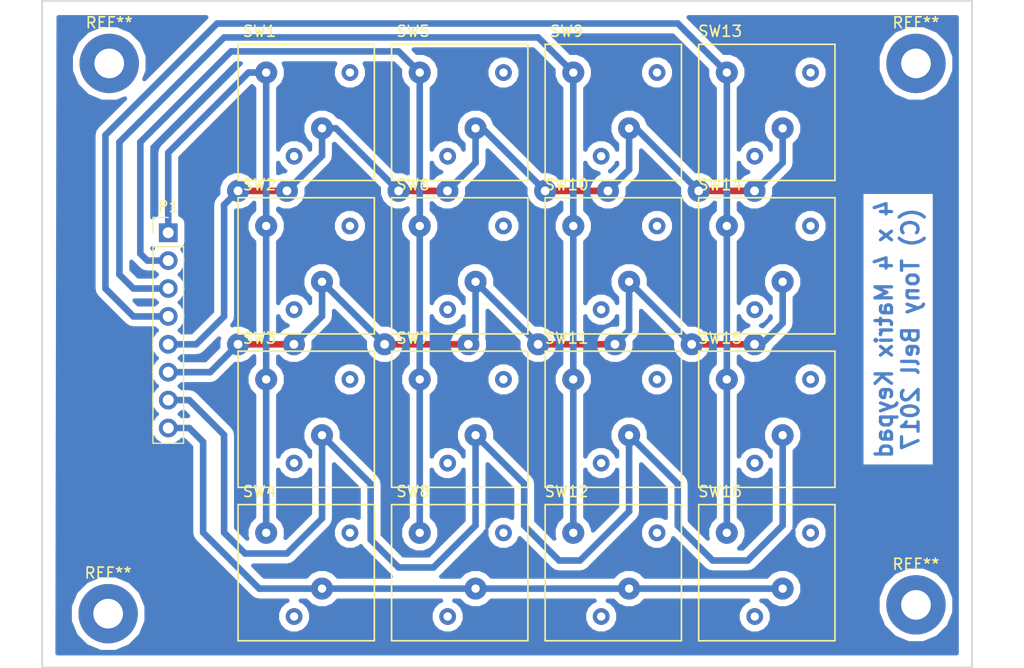
<source format=kicad_pcb>
(kicad_pcb (version 4) (host pcbnew 4.0.5)

  (general
    (links 32)
    (no_connects 0)
    (area 100.185714 35.024999 193.514286 96.175001)
    (thickness 1.6)
    (drawings 5)
    (tracks 124)
    (zones 0)
    (modules 21)
    (nets 9)
  )

  (page A4)
  (layers
    (0 F.Cu signal)
    (31 B.Cu signal)
    (32 B.Adhes user)
    (33 F.Adhes user)
    (34 B.Paste user)
    (35 F.Paste user)
    (36 B.SilkS user)
    (37 F.SilkS user)
    (38 B.Mask user)
    (39 F.Mask user)
    (40 Dwgs.User user)
    (41 Cmts.User user)
    (42 Eco1.User user)
    (43 Eco2.User user)
    (44 Edge.Cuts user)
    (45 Margin user)
    (46 B.CrtYd user)
    (47 F.CrtYd user)
    (48 B.Fab user)
    (49 F.Fab user)
  )

  (setup
    (last_trace_width 0.6)
    (user_trace_width 0.5)
    (user_trace_width 0.6)
    (user_trace_width 0.7)
    (trace_clearance 0.2)
    (zone_clearance 0.6)
    (zone_45_only no)
    (trace_min 0.2)
    (segment_width 0.2)
    (edge_width 0.15)
    (via_size 0.6)
    (via_drill 0.4)
    (via_min_size 0.4)
    (via_min_drill 0.3)
    (user_via 1.54 0.8)
    (user_via 2 0.8)
    (uvia_size 0.3)
    (uvia_drill 0.1)
    (uvias_allowed no)
    (uvia_min_size 0.2)
    (uvia_min_drill 0.1)
    (pcb_text_width 0.3)
    (pcb_text_size 1.5 1.5)
    (mod_edge_width 0.15)
    (mod_text_size 1 1)
    (mod_text_width 0.15)
    (pad_size 1.524 1.524)
    (pad_drill 0.762)
    (pad_to_mask_clearance 0.2)
    (aux_axis_origin 0 0)
    (visible_elements 7FFFFFFF)
    (pcbplotparams
      (layerselection 0x01000_80000000)
      (usegerberextensions false)
      (excludeedgelayer false)
      (linewidth 0.100000)
      (plotframeref false)
      (viasonmask false)
      (mode 1)
      (useauxorigin false)
      (hpglpennumber 1)
      (hpglpenspeed 20)
      (hpglpendiameter 15)
      (hpglpenoverlay 2)
      (psnegative false)
      (psa4output false)
      (plotreference false)
      (plotvalue false)
      (plotinvisibletext false)
      (padsonsilk false)
      (subtractmaskfromsilk false)
      (outputformat 4)
      (mirror false)
      (drillshape 2)
      (scaleselection 1)
      (outputdirectory ""))
  )

  (net 0 "")
  (net 1 "Net-(P1-Pad1)")
  (net 2 "Net-(P1-Pad3)")
  (net 3 "Net-(P1-Pad5)")
  (net 4 "Net-(P1-Pad7)")
  (net 5 "Net-(P1-Pad2)")
  (net 6 "Net-(P1-Pad4)")
  (net 7 "Net-(P1-Pad6)")
  (net 8 "Net-(P1-Pad8)")

  (net_class Default "This is the default net class."
    (clearance 0.2)
    (trace_width 0.25)
    (via_dia 0.6)
    (via_drill 0.4)
    (uvia_dia 0.3)
    (uvia_drill 0.1)
    (add_net "Net-(P1-Pad1)")
    (add_net "Net-(P1-Pad2)")
    (add_net "Net-(P1-Pad3)")
    (add_net "Net-(P1-Pad4)")
    (add_net "Net-(P1-Pad5)")
    (add_net "Net-(P1-Pad6)")
    (add_net "Net-(P1-Pad7)")
    (add_net "Net-(P1-Pad8)")
  )

  (net_class "Std Track" ""
    (clearance 0.2)
    (trace_width 0.5)
    (via_dia 0.6)
    (via_drill 0.4)
    (uvia_dia 0.3)
    (uvia_drill 0.1)
  )

  (module Pin_Headers:Pin_Header_Straight_1x08_Pitch2.54mm (layer F.Cu) (tedit 5862ED52) (tstamp 58AE97A1)
    (at 115.57 56.515)
    (descr "Through hole straight pin header, 1x08, 2.54mm pitch, single row")
    (tags "Through hole pin header THT 1x08 2.54mm single row")
    (path /58ACB15C)
    (fp_text reference P1 (at 0 -2.39) (layer F.SilkS)
      (effects (font (size 1 1) (thickness 0.15)))
    )
    (fp_text value CONN_01X08 (at 0 20.17) (layer F.Fab)
      (effects (font (size 1 1) (thickness 0.15)))
    )
    (fp_line (start -1.27 -1.27) (end -1.27 19.05) (layer F.Fab) (width 0.1))
    (fp_line (start -1.27 19.05) (end 1.27 19.05) (layer F.Fab) (width 0.1))
    (fp_line (start 1.27 19.05) (end 1.27 -1.27) (layer F.Fab) (width 0.1))
    (fp_line (start 1.27 -1.27) (end -1.27 -1.27) (layer F.Fab) (width 0.1))
    (fp_line (start -1.39 1.27) (end -1.39 19.17) (layer F.SilkS) (width 0.12))
    (fp_line (start -1.39 19.17) (end 1.39 19.17) (layer F.SilkS) (width 0.12))
    (fp_line (start 1.39 19.17) (end 1.39 1.27) (layer F.SilkS) (width 0.12))
    (fp_line (start 1.39 1.27) (end -1.39 1.27) (layer F.SilkS) (width 0.12))
    (fp_line (start -1.39 0) (end -1.39 -1.39) (layer F.SilkS) (width 0.12))
    (fp_line (start -1.39 -1.39) (end 0 -1.39) (layer F.SilkS) (width 0.12))
    (fp_line (start -1.6 -1.6) (end -1.6 19.3) (layer F.CrtYd) (width 0.05))
    (fp_line (start -1.6 19.3) (end 1.6 19.3) (layer F.CrtYd) (width 0.05))
    (fp_line (start 1.6 19.3) (end 1.6 -1.6) (layer F.CrtYd) (width 0.05))
    (fp_line (start 1.6 -1.6) (end -1.6 -1.6) (layer F.CrtYd) (width 0.05))
    (pad 1 thru_hole rect (at 0 0) (size 1.7 1.7) (drill 1) (layers *.Cu *.Mask)
      (net 1 "Net-(P1-Pad1)"))
    (pad 2 thru_hole oval (at 0 2.54) (size 1.7 1.7) (drill 1) (layers *.Cu *.Mask)
      (net 5 "Net-(P1-Pad2)"))
    (pad 3 thru_hole oval (at 0 5.08) (size 1.7 1.7) (drill 1) (layers *.Cu *.Mask)
      (net 2 "Net-(P1-Pad3)"))
    (pad 4 thru_hole oval (at 0 7.62) (size 1.7 1.7) (drill 1) (layers *.Cu *.Mask)
      (net 6 "Net-(P1-Pad4)"))
    (pad 5 thru_hole oval (at 0 10.16) (size 1.7 1.7) (drill 1) (layers *.Cu *.Mask)
      (net 3 "Net-(P1-Pad5)"))
    (pad 6 thru_hole oval (at 0 12.7) (size 1.7 1.7) (drill 1) (layers *.Cu *.Mask)
      (net 7 "Net-(P1-Pad6)"))
    (pad 7 thru_hole oval (at 0 15.24) (size 1.7 1.7) (drill 1) (layers *.Cu *.Mask)
      (net 4 "Net-(P1-Pad7)"))
    (pad 8 thru_hole oval (at 0 17.78) (size 1.7 1.7) (drill 1) (layers *.Cu *.Mask)
      (net 8 "Net-(P1-Pad8)"))
    (model Pin_Headers.3dshapes/Pin_Header_Straight_1x08_Pitch2.54mm.wrl
      (at (xyz 0 -0.35 0))
      (scale (xyz 1 1 1))
      (rotate (xyz 0 0 90))
    )
  )

  (module "A - My Own KiCad Footprint Libraries:Switch_Matrix_Key_2mm_Pad" (layer F.Cu) (tedit 58AE93F7) (tstamp 58AE97AC)
    (at 121.92 39.37)
    (path /58ACA91D)
    (fp_text reference SW1 (at 1.95 -1.2) (layer F.SilkS)
      (effects (font (size 1 1) (thickness 0.15)))
    )
    (fp_text value switch_matrix_key (at 6.58 13.68) (layer F.Fab) hide
      (effects (font (size 1 1) (thickness 0.15)))
    )
    (fp_line (start 12.4 -0.01) (end 12.4 12.39) (layer F.SilkS) (width 0.15))
    (fp_line (start 12.4 12.39) (end 0 12.39) (layer F.SilkS) (width 0.15))
    (fp_line (start 0 12.39) (end 0 -0.01) (layer F.SilkS) (width 0.15))
    (fp_line (start 0 -0.01) (end 12.4 -0.01) (layer F.SilkS) (width 0.15))
    (pad 1 thru_hole circle (at 2.56 2.56) (size 2 2) (drill 0.762) (layers *.Cu *.Mask)
      (net 1 "Net-(P1-Pad1)"))
    (pad "" np_thru_hole circle (at 10.18 2.56) (size 1.524 1.524) (drill 0.762) (layers *.Cu *.Mask))
    (pad 2 thru_hole circle (at 7.64 7.64) (size 2 2) (drill 0.762) (layers *.Cu *.Mask)
      (net 3 "Net-(P1-Pad5)"))
    (pad "" np_thru_hole circle (at 5.1 10.18) (size 1.524 1.524) (drill 0.762) (layers *.Cu *.Mask))
  )

  (module "A - My Own KiCad Footprint Libraries:Switch_Matrix_Key_2mm_Pad" (layer F.Cu) (tedit 58AE93F7) (tstamp 58AE97B7)
    (at 121.92 53.34)
    (path /58ACAA8E)
    (fp_text reference SW2 (at 1.95 -1.2) (layer F.SilkS)
      (effects (font (size 1 1) (thickness 0.15)))
    )
    (fp_text value switch_matrix_key (at 6.58 13.68) (layer F.Fab) hide
      (effects (font (size 1 1) (thickness 0.15)))
    )
    (fp_line (start 12.4 -0.01) (end 12.4 12.39) (layer F.SilkS) (width 0.15))
    (fp_line (start 12.4 12.39) (end 0 12.39) (layer F.SilkS) (width 0.15))
    (fp_line (start 0 12.39) (end 0 -0.01) (layer F.SilkS) (width 0.15))
    (fp_line (start 0 -0.01) (end 12.4 -0.01) (layer F.SilkS) (width 0.15))
    (pad 1 thru_hole circle (at 2.56 2.56) (size 2 2) (drill 0.762) (layers *.Cu *.Mask)
      (net 1 "Net-(P1-Pad1)"))
    (pad "" np_thru_hole circle (at 10.18 2.56) (size 1.524 1.524) (drill 0.762) (layers *.Cu *.Mask))
    (pad 2 thru_hole circle (at 7.64 7.64) (size 2 2) (drill 0.762) (layers *.Cu *.Mask)
      (net 7 "Net-(P1-Pad6)"))
    (pad "" np_thru_hole circle (at 5.1 10.18) (size 1.524 1.524) (drill 0.762) (layers *.Cu *.Mask))
  )

  (module "A - My Own KiCad Footprint Libraries:Switch_Matrix_Key_2mm_Pad" (layer F.Cu) (tedit 58AE93F7) (tstamp 58AE97C2)
    (at 121.92 67.31)
    (path /58ACB0FA)
    (fp_text reference SW3 (at 1.95 -1.2) (layer F.SilkS)
      (effects (font (size 1 1) (thickness 0.15)))
    )
    (fp_text value switch_matrix_key (at 6.58 13.68) (layer F.Fab) hide
      (effects (font (size 1 1) (thickness 0.15)))
    )
    (fp_line (start 12.4 -0.01) (end 12.4 12.39) (layer F.SilkS) (width 0.15))
    (fp_line (start 12.4 12.39) (end 0 12.39) (layer F.SilkS) (width 0.15))
    (fp_line (start 0 12.39) (end 0 -0.01) (layer F.SilkS) (width 0.15))
    (fp_line (start 0 -0.01) (end 12.4 -0.01) (layer F.SilkS) (width 0.15))
    (pad 1 thru_hole circle (at 2.56 2.56) (size 2 2) (drill 0.762) (layers *.Cu *.Mask)
      (net 1 "Net-(P1-Pad1)"))
    (pad "" np_thru_hole circle (at 10.18 2.56) (size 1.524 1.524) (drill 0.762) (layers *.Cu *.Mask))
    (pad 2 thru_hole circle (at 7.64 7.64) (size 2 2) (drill 0.762) (layers *.Cu *.Mask)
      (net 4 "Net-(P1-Pad7)"))
    (pad "" np_thru_hole circle (at 5.1 10.18) (size 1.524 1.524) (drill 0.762) (layers *.Cu *.Mask))
  )

  (module "A - My Own KiCad Footprint Libraries:Switch_Matrix_Key_2mm_Pad" (layer F.Cu) (tedit 58AE93F7) (tstamp 58AE97CD)
    (at 121.92 81.28)
    (path /58ACB112)
    (fp_text reference SW4 (at 1.95 -1.2) (layer F.SilkS)
      (effects (font (size 1 1) (thickness 0.15)))
    )
    (fp_text value switch_matrix_key (at 6.58 13.68) (layer F.Fab) hide
      (effects (font (size 1 1) (thickness 0.15)))
    )
    (fp_line (start 12.4 -0.01) (end 12.4 12.39) (layer F.SilkS) (width 0.15))
    (fp_line (start 12.4 12.39) (end 0 12.39) (layer F.SilkS) (width 0.15))
    (fp_line (start 0 12.39) (end 0 -0.01) (layer F.SilkS) (width 0.15))
    (fp_line (start 0 -0.01) (end 12.4 -0.01) (layer F.SilkS) (width 0.15))
    (pad 1 thru_hole circle (at 2.56 2.56) (size 2 2) (drill 0.762) (layers *.Cu *.Mask)
      (net 1 "Net-(P1-Pad1)"))
    (pad "" np_thru_hole circle (at 10.18 2.56) (size 1.524 1.524) (drill 0.762) (layers *.Cu *.Mask))
    (pad 2 thru_hole circle (at 7.64 7.64) (size 2 2) (drill 0.762) (layers *.Cu *.Mask)
      (net 8 "Net-(P1-Pad8)"))
    (pad "" np_thru_hole circle (at 5.1 10.18) (size 1.524 1.524) (drill 0.762) (layers *.Cu *.Mask))
  )

  (module "A - My Own KiCad Footprint Libraries:Switch_Matrix_Key_2mm_Pad" (layer F.Cu) (tedit 58AE93F7) (tstamp 58AE97D8)
    (at 135.89 39.37)
    (path /58ACA9FB)
    (fp_text reference SW5 (at 1.95 -1.2) (layer F.SilkS)
      (effects (font (size 1 1) (thickness 0.15)))
    )
    (fp_text value switch_matrix_key (at 6.58 13.68) (layer F.Fab) hide
      (effects (font (size 1 1) (thickness 0.15)))
    )
    (fp_line (start 12.4 -0.01) (end 12.4 12.39) (layer F.SilkS) (width 0.15))
    (fp_line (start 12.4 12.39) (end 0 12.39) (layer F.SilkS) (width 0.15))
    (fp_line (start 0 12.39) (end 0 -0.01) (layer F.SilkS) (width 0.15))
    (fp_line (start 0 -0.01) (end 12.4 -0.01) (layer F.SilkS) (width 0.15))
    (pad 1 thru_hole circle (at 2.56 2.56) (size 2 2) (drill 0.762) (layers *.Cu *.Mask)
      (net 5 "Net-(P1-Pad2)"))
    (pad "" np_thru_hole circle (at 10.18 2.56) (size 1.524 1.524) (drill 0.762) (layers *.Cu *.Mask))
    (pad 2 thru_hole circle (at 7.64 7.64) (size 2 2) (drill 0.762) (layers *.Cu *.Mask)
      (net 3 "Net-(P1-Pad5)"))
    (pad "" np_thru_hole circle (at 5.1 10.18) (size 1.524 1.524) (drill 0.762) (layers *.Cu *.Mask))
  )

  (module "A - My Own KiCad Footprint Libraries:Switch_Matrix_Key_2mm_Pad" (layer F.Cu) (tedit 58AE93F7) (tstamp 58AE97E3)
    (at 135.89 53.34)
    (path /58ACAAD9)
    (fp_text reference SW6 (at 1.95 -1.2) (layer F.SilkS)
      (effects (font (size 1 1) (thickness 0.15)))
    )
    (fp_text value switch_matrix_key (at 6.58 13.68) (layer F.Fab) hide
      (effects (font (size 1 1) (thickness 0.15)))
    )
    (fp_line (start 12.4 -0.01) (end 12.4 12.39) (layer F.SilkS) (width 0.15))
    (fp_line (start 12.4 12.39) (end 0 12.39) (layer F.SilkS) (width 0.15))
    (fp_line (start 0 12.39) (end 0 -0.01) (layer F.SilkS) (width 0.15))
    (fp_line (start 0 -0.01) (end 12.4 -0.01) (layer F.SilkS) (width 0.15))
    (pad 1 thru_hole circle (at 2.56 2.56) (size 2 2) (drill 0.762) (layers *.Cu *.Mask)
      (net 5 "Net-(P1-Pad2)"))
    (pad "" np_thru_hole circle (at 10.18 2.56) (size 1.524 1.524) (drill 0.762) (layers *.Cu *.Mask))
    (pad 2 thru_hole circle (at 7.64 7.64) (size 2 2) (drill 0.762) (layers *.Cu *.Mask)
      (net 7 "Net-(P1-Pad6)"))
    (pad "" np_thru_hole circle (at 5.1 10.18) (size 1.524 1.524) (drill 0.762) (layers *.Cu *.Mask))
  )

  (module "A - My Own KiCad Footprint Libraries:Switch_Matrix_Key_2mm_Pad" (layer F.Cu) (tedit 58AE93F7) (tstamp 58AE97EE)
    (at 135.89 67.31)
    (path /58ACB100)
    (fp_text reference SW7 (at 1.95 -1.2) (layer F.SilkS)
      (effects (font (size 1 1) (thickness 0.15)))
    )
    (fp_text value switch_matrix_key (at 6.58 13.68) (layer F.Fab) hide
      (effects (font (size 1 1) (thickness 0.15)))
    )
    (fp_line (start 12.4 -0.01) (end 12.4 12.39) (layer F.SilkS) (width 0.15))
    (fp_line (start 12.4 12.39) (end 0 12.39) (layer F.SilkS) (width 0.15))
    (fp_line (start 0 12.39) (end 0 -0.01) (layer F.SilkS) (width 0.15))
    (fp_line (start 0 -0.01) (end 12.4 -0.01) (layer F.SilkS) (width 0.15))
    (pad 1 thru_hole circle (at 2.56 2.56) (size 2 2) (drill 0.762) (layers *.Cu *.Mask)
      (net 5 "Net-(P1-Pad2)"))
    (pad "" np_thru_hole circle (at 10.18 2.56) (size 1.524 1.524) (drill 0.762) (layers *.Cu *.Mask))
    (pad 2 thru_hole circle (at 7.64 7.64) (size 2 2) (drill 0.762) (layers *.Cu *.Mask)
      (net 4 "Net-(P1-Pad7)"))
    (pad "" np_thru_hole circle (at 5.1 10.18) (size 1.524 1.524) (drill 0.762) (layers *.Cu *.Mask))
  )

  (module "A - My Own KiCad Footprint Libraries:Switch_Matrix_Key_2mm_Pad" (layer F.Cu) (tedit 58AE93F7) (tstamp 58AE97F9)
    (at 135.89 81.28)
    (path /58ACB118)
    (fp_text reference SW8 (at 1.95 -1.2) (layer F.SilkS)
      (effects (font (size 1 1) (thickness 0.15)))
    )
    (fp_text value switch_matrix_key (at 6.58 13.68) (layer F.Fab) hide
      (effects (font (size 1 1) (thickness 0.15)))
    )
    (fp_line (start 12.4 -0.01) (end 12.4 12.39) (layer F.SilkS) (width 0.15))
    (fp_line (start 12.4 12.39) (end 0 12.39) (layer F.SilkS) (width 0.15))
    (fp_line (start 0 12.39) (end 0 -0.01) (layer F.SilkS) (width 0.15))
    (fp_line (start 0 -0.01) (end 12.4 -0.01) (layer F.SilkS) (width 0.15))
    (pad 1 thru_hole circle (at 2.56 2.56) (size 2 2) (drill 0.762) (layers *.Cu *.Mask)
      (net 5 "Net-(P1-Pad2)"))
    (pad "" np_thru_hole circle (at 10.18 2.56) (size 1.524 1.524) (drill 0.762) (layers *.Cu *.Mask))
    (pad 2 thru_hole circle (at 7.64 7.64) (size 2 2) (drill 0.762) (layers *.Cu *.Mask)
      (net 8 "Net-(P1-Pad8)"))
    (pad "" np_thru_hole circle (at 5.1 10.18) (size 1.524 1.524) (drill 0.762) (layers *.Cu *.Mask))
  )

  (module "A - My Own KiCad Footprint Libraries:Switch_Matrix_Key_2mm_Pad" (layer F.Cu) (tedit 58AE93F7) (tstamp 58AE9804)
    (at 149.86 39.37)
    (path /58ACAA2D)
    (fp_text reference SW9 (at 1.95 -1.2) (layer F.SilkS)
      (effects (font (size 1 1) (thickness 0.15)))
    )
    (fp_text value switch_matrix_key (at 6.58 13.68) (layer F.Fab) hide
      (effects (font (size 1 1) (thickness 0.15)))
    )
    (fp_line (start 12.4 -0.01) (end 12.4 12.39) (layer F.SilkS) (width 0.15))
    (fp_line (start 12.4 12.39) (end 0 12.39) (layer F.SilkS) (width 0.15))
    (fp_line (start 0 12.39) (end 0 -0.01) (layer F.SilkS) (width 0.15))
    (fp_line (start 0 -0.01) (end 12.4 -0.01) (layer F.SilkS) (width 0.15))
    (pad 1 thru_hole circle (at 2.56 2.56) (size 2 2) (drill 0.762) (layers *.Cu *.Mask)
      (net 2 "Net-(P1-Pad3)"))
    (pad "" np_thru_hole circle (at 10.18 2.56) (size 1.524 1.524) (drill 0.762) (layers *.Cu *.Mask))
    (pad 2 thru_hole circle (at 7.64 7.64) (size 2 2) (drill 0.762) (layers *.Cu *.Mask)
      (net 3 "Net-(P1-Pad5)"))
    (pad "" np_thru_hole circle (at 5.1 10.18) (size 1.524 1.524) (drill 0.762) (layers *.Cu *.Mask))
  )

  (module "A - My Own KiCad Footprint Libraries:Switch_Matrix_Key_2mm_Pad" (layer F.Cu) (tedit 58AE93F7) (tstamp 58AE980F)
    (at 149.86 53.34)
    (path /58ACACD9)
    (fp_text reference SW10 (at 1.95 -1.2) (layer F.SilkS)
      (effects (font (size 1 1) (thickness 0.15)))
    )
    (fp_text value switch_matrix_key (at 6.58 13.68) (layer F.Fab) hide
      (effects (font (size 1 1) (thickness 0.15)))
    )
    (fp_line (start 12.4 -0.01) (end 12.4 12.39) (layer F.SilkS) (width 0.15))
    (fp_line (start 12.4 12.39) (end 0 12.39) (layer F.SilkS) (width 0.15))
    (fp_line (start 0 12.39) (end 0 -0.01) (layer F.SilkS) (width 0.15))
    (fp_line (start 0 -0.01) (end 12.4 -0.01) (layer F.SilkS) (width 0.15))
    (pad 1 thru_hole circle (at 2.56 2.56) (size 2 2) (drill 0.762) (layers *.Cu *.Mask)
      (net 2 "Net-(P1-Pad3)"))
    (pad "" np_thru_hole circle (at 10.18 2.56) (size 1.524 1.524) (drill 0.762) (layers *.Cu *.Mask))
    (pad 2 thru_hole circle (at 7.64 7.64) (size 2 2) (drill 0.762) (layers *.Cu *.Mask)
      (net 7 "Net-(P1-Pad6)"))
    (pad "" np_thru_hole circle (at 5.1 10.18) (size 1.524 1.524) (drill 0.762) (layers *.Cu *.Mask))
  )

  (module "A - My Own KiCad Footprint Libraries:Switch_Matrix_Key_2mm_Pad" (layer F.Cu) (tedit 58AE93F7) (tstamp 58AE981A)
    (at 149.86 67.31)
    (path /58ACB106)
    (fp_text reference SW11 (at 1.95 -1.2) (layer F.SilkS)
      (effects (font (size 1 1) (thickness 0.15)))
    )
    (fp_text value switch_matrix_key (at 6.58 13.68) (layer F.Fab) hide
      (effects (font (size 1 1) (thickness 0.15)))
    )
    (fp_line (start 12.4 -0.01) (end 12.4 12.39) (layer F.SilkS) (width 0.15))
    (fp_line (start 12.4 12.39) (end 0 12.39) (layer F.SilkS) (width 0.15))
    (fp_line (start 0 12.39) (end 0 -0.01) (layer F.SilkS) (width 0.15))
    (fp_line (start 0 -0.01) (end 12.4 -0.01) (layer F.SilkS) (width 0.15))
    (pad 1 thru_hole circle (at 2.56 2.56) (size 2 2) (drill 0.762) (layers *.Cu *.Mask)
      (net 2 "Net-(P1-Pad3)"))
    (pad "" np_thru_hole circle (at 10.18 2.56) (size 1.524 1.524) (drill 0.762) (layers *.Cu *.Mask))
    (pad 2 thru_hole circle (at 7.64 7.64) (size 2 2) (drill 0.762) (layers *.Cu *.Mask)
      (net 4 "Net-(P1-Pad7)"))
    (pad "" np_thru_hole circle (at 5.1 10.18) (size 1.524 1.524) (drill 0.762) (layers *.Cu *.Mask))
  )

  (module "A - My Own KiCad Footprint Libraries:Switch_Matrix_Key_2mm_Pad" (layer F.Cu) (tedit 58AE93F7) (tstamp 58AE9825)
    (at 149.86 81.28)
    (path /58ACB11E)
    (fp_text reference SW12 (at 1.95 -1.2) (layer F.SilkS)
      (effects (font (size 1 1) (thickness 0.15)))
    )
    (fp_text value switch_matrix_key (at 6.58 13.68) (layer F.Fab) hide
      (effects (font (size 1 1) (thickness 0.15)))
    )
    (fp_line (start 12.4 -0.01) (end 12.4 12.39) (layer F.SilkS) (width 0.15))
    (fp_line (start 12.4 12.39) (end 0 12.39) (layer F.SilkS) (width 0.15))
    (fp_line (start 0 12.39) (end 0 -0.01) (layer F.SilkS) (width 0.15))
    (fp_line (start 0 -0.01) (end 12.4 -0.01) (layer F.SilkS) (width 0.15))
    (pad 1 thru_hole circle (at 2.56 2.56) (size 2 2) (drill 0.762) (layers *.Cu *.Mask)
      (net 2 "Net-(P1-Pad3)"))
    (pad "" np_thru_hole circle (at 10.18 2.56) (size 1.524 1.524) (drill 0.762) (layers *.Cu *.Mask))
    (pad 2 thru_hole circle (at 7.64 7.64) (size 2 2) (drill 0.762) (layers *.Cu *.Mask)
      (net 8 "Net-(P1-Pad8)"))
    (pad "" np_thru_hole circle (at 5.1 10.18) (size 1.524 1.524) (drill 0.762) (layers *.Cu *.Mask))
  )

  (module "A - My Own KiCad Footprint Libraries:Switch_Matrix_Key_2mm_Pad" (layer F.Cu) (tedit 58AE93F7) (tstamp 58AE9830)
    (at 163.83 39.37)
    (path /58ACAA5E)
    (fp_text reference SW13 (at 1.95 -1.2) (layer F.SilkS)
      (effects (font (size 1 1) (thickness 0.15)))
    )
    (fp_text value eswitch_matrix_key (at 6.58 13.68) (layer F.Fab) hide
      (effects (font (size 1 1) (thickness 0.15)))
    )
    (fp_line (start 12.4 -0.01) (end 12.4 12.39) (layer F.SilkS) (width 0.15))
    (fp_line (start 12.4 12.39) (end 0 12.39) (layer F.SilkS) (width 0.15))
    (fp_line (start 0 12.39) (end 0 -0.01) (layer F.SilkS) (width 0.15))
    (fp_line (start 0 -0.01) (end 12.4 -0.01) (layer F.SilkS) (width 0.15))
    (pad 1 thru_hole circle (at 2.56 2.56) (size 2 2) (drill 0.762) (layers *.Cu *.Mask)
      (net 6 "Net-(P1-Pad4)"))
    (pad "" np_thru_hole circle (at 10.18 2.56) (size 1.524 1.524) (drill 0.762) (layers *.Cu *.Mask))
    (pad 2 thru_hole circle (at 7.64 7.64) (size 2 2) (drill 0.762) (layers *.Cu *.Mask)
      (net 3 "Net-(P1-Pad5)"))
    (pad "" np_thru_hole circle (at 5.1 10.18) (size 1.524 1.524) (drill 0.762) (layers *.Cu *.Mask))
  )

  (module "A - My Own KiCad Footprint Libraries:Switch_Matrix_Key_2mm_Pad" (layer F.Cu) (tedit 58AE93F7) (tstamp 58AE983B)
    (at 163.83 53.34)
    (path /58ACAD0C)
    (fp_text reference SW14 (at 1.95 -1.2) (layer F.SilkS)
      (effects (font (size 1 1) (thickness 0.15)))
    )
    (fp_text value switch_matrix_key (at 6.58 13.68) (layer F.Fab) hide
      (effects (font (size 1 1) (thickness 0.15)))
    )
    (fp_line (start 12.4 -0.01) (end 12.4 12.39) (layer F.SilkS) (width 0.15))
    (fp_line (start 12.4 12.39) (end 0 12.39) (layer F.SilkS) (width 0.15))
    (fp_line (start 0 12.39) (end 0 -0.01) (layer F.SilkS) (width 0.15))
    (fp_line (start 0 -0.01) (end 12.4 -0.01) (layer F.SilkS) (width 0.15))
    (pad 1 thru_hole circle (at 2.56 2.56) (size 2 2) (drill 0.762) (layers *.Cu *.Mask)
      (net 6 "Net-(P1-Pad4)"))
    (pad "" np_thru_hole circle (at 10.18 2.56) (size 1.524 1.524) (drill 0.762) (layers *.Cu *.Mask))
    (pad 2 thru_hole circle (at 7.64 7.64) (size 2 2) (drill 0.762) (layers *.Cu *.Mask)
      (net 7 "Net-(P1-Pad6)"))
    (pad "" np_thru_hole circle (at 5.1 10.18) (size 1.524 1.524) (drill 0.762) (layers *.Cu *.Mask))
  )

  (module "A - My Own KiCad Footprint Libraries:Switch_Matrix_Key_2mm_Pad" (layer F.Cu) (tedit 58AE93F7) (tstamp 58AE9846)
    (at 163.83 67.31)
    (path /58ACB10C)
    (fp_text reference SW15 (at 1.95 -1.2) (layer F.SilkS)
      (effects (font (size 1 1) (thickness 0.15)))
    )
    (fp_text value switch_matrix_key (at 6.58 13.68) (layer F.Fab) hide
      (effects (font (size 1 1) (thickness 0.15)))
    )
    (fp_line (start 12.4 -0.01) (end 12.4 12.39) (layer F.SilkS) (width 0.15))
    (fp_line (start 12.4 12.39) (end 0 12.39) (layer F.SilkS) (width 0.15))
    (fp_line (start 0 12.39) (end 0 -0.01) (layer F.SilkS) (width 0.15))
    (fp_line (start 0 -0.01) (end 12.4 -0.01) (layer F.SilkS) (width 0.15))
    (pad 1 thru_hole circle (at 2.56 2.56) (size 2 2) (drill 0.762) (layers *.Cu *.Mask)
      (net 6 "Net-(P1-Pad4)"))
    (pad "" np_thru_hole circle (at 10.18 2.56) (size 1.524 1.524) (drill 0.762) (layers *.Cu *.Mask))
    (pad 2 thru_hole circle (at 7.64 7.64) (size 2 2) (drill 0.762) (layers *.Cu *.Mask)
      (net 4 "Net-(P1-Pad7)"))
    (pad "" np_thru_hole circle (at 5.1 10.18) (size 1.524 1.524) (drill 0.762) (layers *.Cu *.Mask))
  )

  (module "A - My Own KiCad Footprint Libraries:Switch_Matrix_Key_2mm_Pad" (layer F.Cu) (tedit 58AE93F7) (tstamp 58AE9851)
    (at 163.83 81.28)
    (path /58ACB124)
    (fp_text reference SW16 (at 1.95 -1.2) (layer F.SilkS)
      (effects (font (size 1 1) (thickness 0.15)))
    )
    (fp_text value switch_matrix_key (at 6.58 13.68) (layer F.Fab) hide
      (effects (font (size 1 1) (thickness 0.15)))
    )
    (fp_line (start 12.4 -0.01) (end 12.4 12.39) (layer F.SilkS) (width 0.15))
    (fp_line (start 12.4 12.39) (end 0 12.39) (layer F.SilkS) (width 0.15))
    (fp_line (start 0 12.39) (end 0 -0.01) (layer F.SilkS) (width 0.15))
    (fp_line (start 0 -0.01) (end 12.4 -0.01) (layer F.SilkS) (width 0.15))
    (pad 1 thru_hole circle (at 2.56 2.56) (size 2 2) (drill 0.762) (layers *.Cu *.Mask)
      (net 6 "Net-(P1-Pad4)"))
    (pad "" np_thru_hole circle (at 10.18 2.56) (size 1.524 1.524) (drill 0.762) (layers *.Cu *.Mask))
    (pad 2 thru_hole circle (at 7.64 7.64) (size 2 2) (drill 0.762) (layers *.Cu *.Mask)
      (net 8 "Net-(P1-Pad8)"))
    (pad "" np_thru_hole circle (at 5.1 10.18) (size 1.524 1.524) (drill 0.762) (layers *.Cu *.Mask))
  )

  (module Mounting_Holes:MountingHole_2.7mm_Pad (layer F.Cu) (tedit 56D1B4CB) (tstamp 58AE9895)
    (at 183.6 41.1)
    (descr "Mounting Hole 2.7mm")
    (tags "mounting hole 2.7mm")
    (fp_text reference REF** (at 0 -3.7) (layer F.SilkS)
      (effects (font (size 1 1) (thickness 0.15)))
    )
    (fp_text value MountingHole_2.7mm_Pad (at 0 3.7) (layer F.Fab)
      (effects (font (size 1 1) (thickness 0.15)))
    )
    (fp_circle (center 0 0) (end 2.7 0) (layer Cmts.User) (width 0.15))
    (fp_circle (center 0 0) (end 2.95 0) (layer F.CrtYd) (width 0.05))
    (pad 1 thru_hole circle (at 0 0) (size 5.4 5.4) (drill 2.7) (layers *.Cu *.Mask))
  )

  (module Mounting_Holes:MountingHole_2.7mm_Pad (layer F.Cu) (tedit 56D1B4CB) (tstamp 58AE989C)
    (at 183.6 90.4)
    (descr "Mounting Hole 2.7mm")
    (tags "mounting hole 2.7mm")
    (fp_text reference REF** (at 0 -3.7) (layer F.SilkS)
      (effects (font (size 1 1) (thickness 0.15)))
    )
    (fp_text value MountingHole_2.7mm_Pad (at 0 3.7) (layer F.Fab)
      (effects (font (size 1 1) (thickness 0.15)))
    )
    (fp_circle (center 0 0) (end 2.7 0) (layer Cmts.User) (width 0.15))
    (fp_circle (center 0 0) (end 2.95 0) (layer F.CrtYd) (width 0.05))
    (pad 1 thru_hole circle (at 0 0) (size 5.4 5.4) (drill 2.7) (layers *.Cu *.Mask))
  )

  (module Mounting_Holes:MountingHole_2.7mm_Pad (layer F.Cu) (tedit 56D1B4CB) (tstamp 58AE989D)
    (at 110.1 91.2)
    (descr "Mounting Hole 2.7mm")
    (tags "mounting hole 2.7mm")
    (fp_text reference REF** (at 0 -3.7) (layer F.SilkS)
      (effects (font (size 1 1) (thickness 0.15)))
    )
    (fp_text value MountingHole_2.7mm_Pad (at 0 3.7) (layer F.Fab)
      (effects (font (size 1 1) (thickness 0.15)))
    )
    (fp_circle (center 0 0) (end 2.7 0) (layer Cmts.User) (width 0.15))
    (fp_circle (center 0 0) (end 2.95 0) (layer F.CrtYd) (width 0.05))
    (pad 1 thru_hole circle (at 0 0) (size 5.4 5.4) (drill 2.7) (layers *.Cu *.Mask))
  )

  (module Mounting_Holes:MountingHole_2.7mm_Pad (layer F.Cu) (tedit 56D1B4CB) (tstamp 58AE989E)
    (at 110.2 41.1)
    (descr "Mounting Hole 2.7mm")
    (tags "mounting hole 2.7mm")
    (fp_text reference REF** (at 0 -3.7) (layer F.SilkS)
      (effects (font (size 1 1) (thickness 0.15)))
    )
    (fp_text value MountingHole_2.7mm_Pad (at 0 3.7) (layer F.Fab)
      (effects (font (size 1 1) (thickness 0.15)))
    )
    (fp_circle (center 0 0) (end 2.7 0) (layer Cmts.User) (width 0.15))
    (fp_circle (center 0 0) (end 2.95 0) (layer F.CrtYd) (width 0.05))
    (pad 1 thru_hole circle (at 0 0) (size 5.4 5.4) (drill 2.7) (layers *.Cu *.Mask))
  )

  (gr_text "4 x 4 Matrix Keypad\n(C) Tony Bell 2017" (at 181.9 65.3 90) (layer B.Cu)
    (effects (font (size 1.5 1.5) (thickness 0.3)) (justify mirror))
  )
  (gr_line (start 188.7 96.1) (end 188.7 35.4) (angle 90) (layer Edge.Cuts) (width 0.15))
  (gr_line (start 104.1 96.1) (end 188.7 96.1) (angle 90) (layer Edge.Cuts) (width 0.15))
  (gr_line (start 104.1 35.4) (end 104.1 96.1) (angle 90) (layer Edge.Cuts) (width 0.15))
  (gr_line (start 188.7 35.4) (end 104.1 35.4) (angle 90) (layer Edge.Cuts) (width 0.15))

  (segment (start 124.48 41.93) (end 122.87 41.93) (width 0.6) (layer B.Cu) (net 1))
  (segment (start 115.57 49.23) (end 115.57 56.515) (width 0.6) (layer B.Cu) (net 1) (tstamp 58AE9867))
  (segment (start 122.87 41.93) (end 115.57 49.23) (width 0.6) (layer B.Cu) (net 1) (tstamp 58AE9866))
  (segment (start 124.48 41.93) (end 123.805 41.93) (width 0.6) (layer B.Cu) (net 1))
  (segment (start 124.48 41.93) (end 124.48 55.9) (width 0.6) (layer B.Cu) (net 1))
  (segment (start 124.48 55.9) (end 124.48 69.87) (width 0.6) (layer B.Cu) (net 1) (tstamp 58ACC0FD))
  (segment (start 124.48 69.87) (end 124.48 83.84) (width 0.6) (layer B.Cu) (net 1) (tstamp 58ACC0FE))
  (segment (start 152.42 41.93) (end 149.225 38.735) (width 0.6) (layer B.Cu) (net 2))
  (segment (start 112.395 61.595) (end 115.57 61.595) (width 0.6) (layer B.Cu) (net 2) (tstamp 58ADF898))
  (segment (start 111.125 60.325) (end 112.395 61.595) (width 0.6) (layer B.Cu) (net 2) (tstamp 58ADF897))
  (segment (start 111.125 48.26) (end 111.125 60.325) (width 0.6) (layer B.Cu) (net 2) (tstamp 58ADF890))
  (segment (start 120.65 38.735) (end 111.125 48.26) (width 0.6) (layer B.Cu) (net 2) (tstamp 58ADF88E))
  (segment (start 149.225 38.735) (end 120.65 38.735) (width 0.6) (layer B.Cu) (net 2) (tstamp 58ADF888))
  (segment (start 152.42 83.84) (end 152.42 69.87) (width 0.6) (layer B.Cu) (net 2))
  (segment (start 152.42 69.87) (end 152.42 55.9) (width 0.6) (layer B.Cu) (net 2) (tstamp 58ACC10C))
  (segment (start 152.42 55.9) (end 152.42 41.93) (width 0.6) (layer B.Cu) (net 2) (tstamp 58ACC10D))
  (segment (start 129.56 47.01) (end 129.56 49.51) (width 0.6) (layer B.Cu) (net 3))
  (segment (start 118.11 66.675) (end 115.57 66.675) (width 0.6) (layer B.Cu) (net 3) (tstamp 58ADFA2F))
  (segment (start 120.65 64.135) (end 118.11 66.675) (width 0.6) (layer B.Cu) (net 3) (tstamp 58ADFA2D))
  (segment (start 120.65 53.975) (end 120.65 64.135) (width 0.6) (layer B.Cu) (net 3) (tstamp 58ADFA2C))
  (segment (start 121.92 52.705) (end 120.65 53.975) (width 0.6) (layer B.Cu) (net 3) (tstamp 58ADFA2B))
  (via (at 121.92 52.705) (size 2) (drill 0.8) (layers F.Cu B.Cu) (net 3))
  (segment (start 126.365 52.705) (end 121.92 52.705) (width 0.6) (layer F.Cu) (net 3) (tstamp 58ADFA28))
  (via (at 126.365 52.705) (size 2) (drill 0.8) (layers F.Cu B.Cu) (net 3))
  (segment (start 129.56 49.51) (end 126.365 52.705) (width 0.6) (layer B.Cu) (net 3) (tstamp 58ADFA1D))
  (segment (start 143.53 47.01) (end 143.53 50.145) (width 0.6) (layer B.Cu) (net 3))
  (segment (start 130.83 47.01) (end 129.56 47.01) (width 0.6) (layer B.Cu) (net 3) (tstamp 58ADF9FE))
  (segment (start 136.525 52.705) (end 130.83 47.01) (width 0.6) (layer B.Cu) (net 3) (tstamp 58ADF9FD))
  (via (at 136.525 52.705) (size 2) (drill 0.8) (layers F.Cu B.Cu) (net 3))
  (segment (start 140.97 52.705) (end 136.525 52.705) (width 0.6) (layer F.Cu) (net 3) (tstamp 58ADF9FA))
  (via (at 140.97 52.705) (size 2) (drill 0.8) (layers F.Cu B.Cu) (net 3))
  (segment (start 143.53 50.145) (end 140.97 52.705) (width 0.6) (layer B.Cu) (net 3) (tstamp 58ADF9F7))
  (segment (start 157.5 47.01) (end 157.5 50.78) (width 0.6) (layer B.Cu) (net 3))
  (segment (start 149.86 52.705) (end 144.165 47.01) (width 0.6) (layer B.Cu) (net 3) (tstamp 58ADF9F3))
  (via (at 149.86 52.705) (size 2) (drill 0.8) (layers F.Cu B.Cu) (net 3))
  (segment (start 155.575 52.705) (end 149.86 52.705) (width 0.6) (layer F.Cu) (net 3) (tstamp 58ADF9F0))
  (via (at 155.575 52.705) (size 2) (drill 0.8) (layers F.Cu B.Cu) (net 3))
  (segment (start 157.5 50.78) (end 155.575 52.705) (width 0.6) (layer B.Cu) (net 3) (tstamp 58ADF9EE))
  (segment (start 144.165 47.01) (end 143.53 47.01) (width 0.6) (layer B.Cu) (net 3) (tstamp 58ADF9F4))
  (segment (start 171.47 47.01) (end 171.47 50.145) (width 0.6) (layer B.Cu) (net 3))
  (segment (start 163.83 52.705) (end 158.135 47.01) (width 0.6) (layer B.Cu) (net 3) (tstamp 58ADF9EA))
  (via (at 163.83 52.705) (size 2) (drill 0.8) (layers F.Cu B.Cu) (net 3))
  (segment (start 168.91 52.705) (end 163.83 52.705) (width 0.6) (layer F.Cu) (net 3) (tstamp 58ADF9E7))
  (via (at 168.91 52.705) (size 2) (drill 0.8) (layers F.Cu B.Cu) (net 3))
  (segment (start 171.47 50.145) (end 168.91 52.705) (width 0.6) (layer B.Cu) (net 3) (tstamp 58ADF9E2))
  (segment (start 158.135 47.01) (end 157.5 47.01) (width 0.6) (layer B.Cu) (net 3) (tstamp 58ADF9EB))
  (segment (start 129.56 74.95) (end 129.56 82.53) (width 0.6) (layer B.Cu) (net 4))
  (segment (start 117.475 71.755) (end 115.57 71.755) (width 0.6) (layer B.Cu) (net 4) (tstamp 58ADF787))
  (segment (start 120.65 74.93) (end 117.475 71.755) (width 0.6) (layer B.Cu) (net 4) (tstamp 58ADF785))
  (segment (start 120.65 83.82) (end 120.65 74.93) (width 0.6) (layer B.Cu) (net 4) (tstamp 58ADF781))
  (segment (start 122.555 85.725) (end 120.65 83.82) (width 0.6) (layer B.Cu) (net 4) (tstamp 58ADF77F))
  (segment (start 126.365 85.725) (end 122.555 85.725) (width 0.6) (layer B.Cu) (net 4) (tstamp 58ADF77D))
  (segment (start 129.56 82.53) (end 126.365 85.725) (width 0.6) (layer B.Cu) (net 4) (tstamp 58ADF77B))
  (segment (start 143.53 74.95) (end 143.53 83.165) (width 0.6) (layer B.Cu) (net 4))
  (segment (start 133.985 79.375) (end 129.56 74.95) (width 0.6) (layer B.Cu) (net 4) (tstamp 58ADF777))
  (segment (start 133.985 84.455) (end 133.985 79.375) (width 0.6) (layer B.Cu) (net 4) (tstamp 58ADF775))
  (segment (start 136.525 86.995) (end 133.985 84.455) (width 0.6) (layer B.Cu) (net 4) (tstamp 58ADF774))
  (segment (start 139.7 86.995) (end 136.525 86.995) (width 0.6) (layer B.Cu) (net 4) (tstamp 58ADF772))
  (segment (start 143.53 83.165) (end 139.7 86.995) (width 0.6) (layer B.Cu) (net 4) (tstamp 58ADF76F))
  (segment (start 171.47 74.95) (end 171.47 83.165) (width 0.6) (layer B.Cu) (net 4))
  (segment (start 161.925 79.375) (end 157.5 74.95) (width 0.6) (layer B.Cu) (net 4) (tstamp 58ADF758))
  (segment (start 161.925 83.185) (end 161.925 79.375) (width 0.6) (layer B.Cu) (net 4) (tstamp 58ADF754))
  (segment (start 165.1 86.36) (end 161.925 83.185) (width 0.6) (layer B.Cu) (net 4) (tstamp 58ADF751))
  (segment (start 168.275 86.36) (end 165.1 86.36) (width 0.6) (layer B.Cu) (net 4) (tstamp 58ADF74F))
  (segment (start 171.47 83.165) (end 168.275 86.36) (width 0.6) (layer B.Cu) (net 4) (tstamp 58ADF749))
  (segment (start 157.5 74.95) (end 157.5 81.895) (width 0.6) (layer B.Cu) (net 4) (tstamp 58ADF75A))
  (segment (start 157.5 81.895) (end 153.035 86.36) (width 0.6) (layer B.Cu) (net 4) (tstamp 58ADF75B))
  (segment (start 153.035 86.36) (end 151.13 86.36) (width 0.6) (layer B.Cu) (net 4) (tstamp 58ADF763))
  (segment (start 151.13 86.36) (end 147.955 83.185) (width 0.6) (layer B.Cu) (net 4) (tstamp 58ADF765))
  (segment (start 147.955 83.185) (end 147.955 79.375) (width 0.6) (layer B.Cu) (net 4) (tstamp 58ADF767))
  (segment (start 147.955 79.375) (end 143.53 74.95) (width 0.6) (layer B.Cu) (net 4) (tstamp 58ADF76B))
  (segment (start 138.45 41.93) (end 136.525 40.005) (width 0.6) (layer B.Cu) (net 5))
  (segment (start 113.665 59.055) (end 115.57 59.055) (width 0.6) (layer B.Cu) (net 5) (tstamp 58ADFCAA))
  (segment (start 113.03 58.42) (end 113.665 59.055) (width 0.6) (layer B.Cu) (net 5) (tstamp 58ADFCA8))
  (segment (start 113.03 48.26) (end 113.03 58.42) (width 0.6) (layer B.Cu) (net 5) (tstamp 58ADFCA0))
  (segment (start 121.285 40.005) (end 113.03 48.26) (width 0.6) (layer B.Cu) (net 5) (tstamp 58ADFC98))
  (segment (start 136.525 40.005) (end 121.285 40.005) (width 0.6) (layer B.Cu) (net 5) (tstamp 58ADFC93))
  (segment (start 138.45 41.93) (end 138.45 55.9) (width 0.6) (layer B.Cu) (net 5))
  (segment (start 138.45 55.9) (end 138.45 69.87) (width 0.6) (layer B.Cu) (net 5) (tstamp 58ACC108))
  (segment (start 138.45 69.87) (end 138.45 83.84) (width 0.6) (layer B.Cu) (net 5) (tstamp 58ACC109))
  (segment (start 166.39 41.93) (end 161.925 37.465) (width 0.6) (layer B.Cu) (net 6))
  (segment (start 112.395 64.135) (end 115.57 64.135) (width 0.6) (layer B.Cu) (net 6) (tstamp 58ADF8B3))
  (segment (start 109.855 61.595) (end 112.395 64.135) (width 0.6) (layer B.Cu) (net 6) (tstamp 58ADF8B1))
  (segment (start 109.855 47.625) (end 109.855 61.595) (width 0.6) (layer B.Cu) (net 6) (tstamp 58ADF8AA))
  (segment (start 120.015 37.465) (end 109.855 47.625) (width 0.6) (layer B.Cu) (net 6) (tstamp 58ADF8A6))
  (segment (start 161.925 37.465) (end 120.015 37.465) (width 0.6) (layer B.Cu) (net 6) (tstamp 58ADF89F))
  (segment (start 166.39 69.87) (end 166.39 83.84) (width 0.6) (layer B.Cu) (net 6))
  (segment (start 166.39 55.9) (end 166.39 69.87) (width 0.6) (layer B.Cu) (net 6))
  (segment (start 166.39 41.93) (end 166.39 55.9) (width 0.6) (layer B.Cu) (net 6))
  (segment (start 129.56 60.98) (end 129.56 64.115) (width 0.6) (layer B.Cu) (net 7))
  (segment (start 119.38 69.215) (end 115.57 69.215) (width 0.6) (layer B.Cu) (net 7) (tstamp 58ADF9D3))
  (segment (start 121.92 66.675) (end 119.38 69.215) (width 0.6) (layer B.Cu) (net 7) (tstamp 58ADF9D2))
  (via (at 121.92 66.675) (size 2) (drill 0.8) (layers F.Cu B.Cu) (net 7))
  (segment (start 127 66.675) (end 121.92 66.675) (width 0.6) (layer F.Cu) (net 7) (tstamp 58ADF9CD))
  (via (at 127 66.675) (size 2) (drill 0.8) (layers F.Cu B.Cu) (net 7))
  (segment (start 129.56 64.115) (end 127 66.675) (width 0.6) (layer B.Cu) (net 7) (tstamp 58ADF9C8))
  (segment (start 157.5 60.98) (end 157.5 65.385) (width 0.6) (layer B.Cu) (net 7))
  (segment (start 149.225 66.675) (end 143.53 60.98) (width 0.6) (layer B.Cu) (net 7) (tstamp 58ADF9AF))
  (via (at 149.225 66.675) (size 2) (drill 0.8) (layers F.Cu B.Cu) (net 7))
  (segment (start 156.21 66.675) (end 149.225 66.675) (width 0.6) (layer F.Cu) (net 7) (tstamp 58ADF99D))
  (via (at 156.21 66.675) (size 2) (drill 0.8) (layers F.Cu B.Cu) (net 7))
  (segment (start 157.5 65.385) (end 156.21 66.675) (width 0.6) (layer B.Cu) (net 7) (tstamp 58ADF998))
  (segment (start 143.53 60.98) (end 143.53 66.02) (width 0.6) (layer B.Cu) (net 7) (tstamp 58ADF9B0))
  (segment (start 135.255 66.675) (end 129.56 60.98) (width 0.6) (layer B.Cu) (net 7) (tstamp 58ADF9BE))
  (via (at 135.255 66.675) (size 2) (drill 0.8) (layers F.Cu B.Cu) (net 7))
  (segment (start 142.875 66.675) (end 135.255 66.675) (width 0.6) (layer F.Cu) (net 7) (tstamp 58ADF9B9))
  (via (at 142.875 66.675) (size 2) (drill 0.8) (layers F.Cu B.Cu) (net 7))
  (segment (start 143.53 66.02) (end 142.875 66.675) (width 0.6) (layer B.Cu) (net 7) (tstamp 58ADF9B2))
  (segment (start 171.47 60.98) (end 171.47 64.75) (width 0.6) (layer B.Cu) (net 7))
  (segment (start 163.195 66.675) (end 157.5 60.98) (width 0.6) (layer B.Cu) (net 7) (tstamp 58ADF7EE))
  (via (at 163.195 66.675) (size 2) (drill 0.8) (layers F.Cu B.Cu) (net 7))
  (segment (start 168.91 66.675) (end 163.195 66.675) (width 0.6) (layer F.Cu) (net 7) (tstamp 58ADF7E5))
  (via (at 168.91 66.675) (size 2) (drill 0.8) (layers F.Cu B.Cu) (net 7))
  (segment (start 169.545 66.675) (end 168.91 66.675) (width 0.6) (layer B.Cu) (net 7) (tstamp 58ADF7E0))
  (segment (start 171.47 64.75) (end 169.545 66.675) (width 0.6) (layer B.Cu) (net 7) (tstamp 58ADF7DC))
  (segment (start 129.56 88.92) (end 123.845 88.92) (width 0.6) (layer B.Cu) (net 8))
  (segment (start 117.475 74.295) (end 115.57 74.295) (width 0.6) (layer B.Cu) (net 8) (tstamp 58ADFC4B))
  (segment (start 118.745 75.565) (end 117.475 74.295) (width 0.6) (layer B.Cu) (net 8) (tstamp 58ADFC4A))
  (segment (start 118.745 83.82) (end 118.745 75.565) (width 0.6) (layer B.Cu) (net 8) (tstamp 58ADFC47))
  (segment (start 123.845 88.92) (end 118.745 83.82) (width 0.6) (layer B.Cu) (net 8) (tstamp 58ADFC41))
  (segment (start 129.56 88.92) (end 129.54 88.9) (width 0.6) (layer B.Cu) (net 8))
  (segment (start 171.47 88.92) (end 157.5 88.92) (width 0.6) (layer B.Cu) (net 8))
  (segment (start 157.5 88.92) (end 143.53 88.92) (width 0.6) (layer B.Cu) (net 8) (tstamp 58ADF67B))
  (segment (start 143.53 88.92) (end 129.56 88.92) (width 0.6) (layer B.Cu) (net 8) (tstamp 58ADF67D))

  (zone (net 0) (net_name "") (layer B.Cu) (tstamp 58AE9B36) (hatch edge 0.508)
    (connect_pads (clearance 0.6))
    (min_thickness 0.4)
    (fill yes (arc_segments 16) (thermal_gap 0.508) (thermal_bridge_width 0.508))
    (polygon
      (pts
        (xy 105.3 36.7) (xy 187.5 36.7) (xy 187.5 95) (xy 105.3 95) (xy 105.4 36.8)
        (xy 105.2 36.6)
      )
    )
    (filled_polygon
      (pts
        (xy 113.397085 42.527281) (xy 113.699391 41.799247) (xy 113.700606 40.406861) (xy 113.168886 39.119999) (xy 112.185179 38.134575)
        (xy 110.899247 37.600609) (xy 109.506861 37.599394) (xy 108.219999 38.131114) (xy 107.234575 39.114821) (xy 106.700609 40.400753)
        (xy 106.699394 41.793139) (xy 107.231114 43.080001) (xy 108.214821 44.065425) (xy 109.500753 44.599391) (xy 110.893139 44.600606)
        (xy 111.626974 44.297392) (xy 109.077183 46.847183) (xy 108.838733 47.204048) (xy 108.755 47.625) (xy 108.755 61.595)
        (xy 108.838733 62.015952) (xy 108.979369 62.226428) (xy 109.077183 62.372817) (xy 111.617182 64.912817) (xy 111.870787 65.08227)
        (xy 111.974048 65.151267) (xy 112.395 65.235) (xy 114.326364 65.235) (xy 114.370949 65.301726) (xy 114.525509 65.405)
        (xy 114.370949 65.508274) (xy 114.013274 66.043572) (xy 113.887675 66.675) (xy 114.013274 67.306428) (xy 114.370949 67.841726)
        (xy 114.525509 67.945) (xy 114.370949 68.048274) (xy 114.013274 68.583572) (xy 113.887675 69.215) (xy 114.013274 69.846428)
        (xy 114.370949 70.381726) (xy 114.525509 70.485) (xy 114.370949 70.588274) (xy 114.013274 71.123572) (xy 113.887675 71.755)
        (xy 114.013274 72.386428) (xy 114.370949 72.921726) (xy 114.525509 73.025) (xy 114.370949 73.128274) (xy 114.013274 73.663572)
        (xy 113.887675 74.295) (xy 114.013274 74.926428) (xy 114.370949 75.461726) (xy 114.906247 75.819401) (xy 115.537675 75.945)
        (xy 115.602325 75.945) (xy 116.233753 75.819401) (xy 116.769051 75.461726) (xy 116.813636 75.395) (xy 117.019366 75.395)
        (xy 117.645 76.020635) (xy 117.645 83.82) (xy 117.728733 84.240952) (xy 117.871756 84.455) (xy 117.967183 84.597817)
        (xy 123.067182 89.697817) (xy 123.224835 89.803157) (xy 123.424048 89.936267) (xy 123.845 90.02) (xy 126.414746 90.02)
        (xy 126.136354 90.135029) (xy 125.696573 90.574043) (xy 125.458272 91.147936) (xy 125.45773 91.769338) (xy 125.695029 92.343646)
        (xy 126.134043 92.783427) (xy 126.707936 93.021728) (xy 127.329338 93.02227) (xy 127.903646 92.784971) (xy 128.343427 92.345957)
        (xy 128.581728 91.772064) (xy 128.58227 91.150662) (xy 128.344971 90.576354) (xy 127.905957 90.136573) (xy 127.625218 90.02)
        (xy 128.114716 90.02) (xy 128.539051 90.445076) (xy 129.200387 90.719687) (xy 129.916471 90.720312) (xy 130.578286 90.446855)
        (xy 131.005887 90.02) (xy 140.384746 90.02) (xy 140.106354 90.135029) (xy 139.666573 90.574043) (xy 139.428272 91.147936)
        (xy 139.42773 91.769338) (xy 139.665029 92.343646) (xy 140.104043 92.783427) (xy 140.677936 93.021728) (xy 141.299338 93.02227)
        (xy 141.873646 92.784971) (xy 142.313427 92.345957) (xy 142.551728 91.772064) (xy 142.55227 91.150662) (xy 142.314971 90.576354)
        (xy 141.875957 90.136573) (xy 141.595218 90.02) (xy 142.084716 90.02) (xy 142.509051 90.445076) (xy 143.170387 90.719687)
        (xy 143.886471 90.720312) (xy 144.548286 90.446855) (xy 144.975887 90.02) (xy 154.354746 90.02) (xy 154.076354 90.135029)
        (xy 153.636573 90.574043) (xy 153.398272 91.147936) (xy 153.39773 91.769338) (xy 153.635029 92.343646) (xy 154.074043 92.783427)
        (xy 154.647936 93.021728) (xy 155.269338 93.02227) (xy 155.843646 92.784971) (xy 156.283427 92.345957) (xy 156.521728 91.772064)
        (xy 156.52227 91.150662) (xy 156.284971 90.576354) (xy 155.845957 90.136573) (xy 155.565218 90.02) (xy 156.054716 90.02)
        (xy 156.479051 90.445076) (xy 157.140387 90.719687) (xy 157.856471 90.720312) (xy 158.518286 90.446855) (xy 158.945887 90.02)
        (xy 168.324746 90.02) (xy 168.046354 90.135029) (xy 167.606573 90.574043) (xy 167.368272 91.147936) (xy 167.36773 91.769338)
        (xy 167.605029 92.343646) (xy 168.044043 92.783427) (xy 168.617936 93.021728) (xy 169.239338 93.02227) (xy 169.813646 92.784971)
        (xy 170.253427 92.345957) (xy 170.491728 91.772064) (xy 170.49227 91.150662) (xy 170.468503 91.093139) (xy 180.099394 91.093139)
        (xy 180.631114 92.380001) (xy 181.614821 93.365425) (xy 182.900753 93.899391) (xy 184.293139 93.900606) (xy 185.580001 93.368886)
        (xy 186.565425 92.385179) (xy 187.099391 91.099247) (xy 187.100606 89.706861) (xy 186.568886 88.419999) (xy 185.585179 87.434575)
        (xy 184.299247 86.900609) (xy 182.906861 86.899394) (xy 181.619999 87.431114) (xy 180.634575 88.414821) (xy 180.100609 89.700753)
        (xy 180.099394 91.093139) (xy 170.468503 91.093139) (xy 170.254971 90.576354) (xy 169.815957 90.136573) (xy 169.535218 90.02)
        (xy 170.024716 90.02) (xy 170.449051 90.445076) (xy 171.110387 90.719687) (xy 171.826471 90.720312) (xy 172.488286 90.446855)
        (xy 172.995076 89.940949) (xy 173.269687 89.279613) (xy 173.270312 88.563529) (xy 172.996855 87.901714) (xy 172.490949 87.394924)
        (xy 171.829613 87.120313) (xy 171.113529 87.119688) (xy 170.451714 87.393145) (xy 170.024113 87.82) (xy 158.945284 87.82)
        (xy 158.520949 87.394924) (xy 157.859613 87.120313) (xy 157.143529 87.119688) (xy 156.481714 87.393145) (xy 156.054113 87.82)
        (xy 144.975284 87.82) (xy 144.550949 87.394924) (xy 143.889613 87.120313) (xy 143.173529 87.119688) (xy 142.511714 87.393145)
        (xy 142.084113 87.82) (xy 140.407203 87.82) (xy 140.477817 87.772817) (xy 144.307817 83.942817) (xy 144.389881 83.82)
        (xy 144.508172 83.642966) (xy 144.50773 84.149338) (xy 144.745029 84.723646) (xy 145.184043 85.163427) (xy 145.757936 85.401728)
        (xy 146.379338 85.40227) (xy 146.953646 85.164971) (xy 147.393427 84.725957) (xy 147.553888 84.339523) (xy 150.352182 87.137817)
        (xy 150.709048 87.376267) (xy 151.13 87.46) (xy 153.035 87.46) (xy 153.455952 87.376267) (xy 153.812817 87.137817)
        (xy 158.277818 82.672817) (xy 158.516268 82.315951) (xy 158.6 81.895) (xy 158.6 77.605634) (xy 160.825 79.830634)
        (xy 160.825 82.474652) (xy 160.352064 82.278272) (xy 159.730662 82.27773) (xy 159.156354 82.515029) (xy 158.716573 82.954043)
        (xy 158.478272 83.527936) (xy 158.47773 84.149338) (xy 158.715029 84.723646) (xy 159.154043 85.163427) (xy 159.727936 85.401728)
        (xy 160.349338 85.40227) (xy 160.923646 85.164971) (xy 161.363427 84.725957) (xy 161.523888 84.339523) (xy 164.322182 87.137817)
        (xy 164.679048 87.376267) (xy 165.1 87.46) (xy 168.275 87.46) (xy 168.695952 87.376267) (xy 169.052817 87.137817)
        (xy 172.247817 83.942818) (xy 172.448172 83.642966) (xy 172.44773 84.149338) (xy 172.685029 84.723646) (xy 173.124043 85.163427)
        (xy 173.697936 85.401728) (xy 174.319338 85.40227) (xy 174.893646 85.164971) (xy 175.333427 84.725957) (xy 175.571728 84.152064)
        (xy 175.57227 83.530662) (xy 175.334971 82.956354) (xy 174.895957 82.516573) (xy 174.322064 82.278272) (xy 173.700662 82.27773)
        (xy 173.126354 82.515029) (xy 172.686573 82.954043) (xy 172.543356 83.298948) (xy 172.57 83.165) (xy 172.57 76.395284)
        (xy 172.995076 75.970949) (xy 173.269687 75.309613) (xy 173.270312 74.593529) (xy 172.996855 73.931714) (xy 172.490949 73.424924)
        (xy 171.829613 73.150313) (xy 171.113529 73.149688) (xy 170.451714 73.423145) (xy 169.944924 73.929051) (xy 169.670313 74.590387)
        (xy 169.669688 75.306471) (xy 169.943145 75.968286) (xy 170.37 76.395887) (xy 170.37 76.884746) (xy 170.254971 76.606354)
        (xy 169.815957 76.166573) (xy 169.242064 75.928272) (xy 168.620662 75.92773) (xy 168.046354 76.165029) (xy 167.606573 76.604043)
        (xy 167.49 76.884782) (xy 167.49 71.315284) (xy 167.915076 70.890949) (xy 168.189687 70.229613) (xy 168.18973 70.179338)
        (xy 172.44773 70.179338) (xy 172.685029 70.753646) (xy 173.124043 71.193427) (xy 173.697936 71.431728) (xy 174.319338 71.43227)
        (xy 174.893646 71.194971) (xy 175.333427 70.755957) (xy 175.571728 70.182064) (xy 175.57227 69.560662) (xy 175.334971 68.986354)
        (xy 174.895957 68.546573) (xy 174.322064 68.308272) (xy 173.700662 68.30773) (xy 173.126354 68.545029) (xy 172.686573 68.984043)
        (xy 172.448272 69.557936) (xy 172.44773 70.179338) (xy 168.18973 70.179338) (xy 168.190312 69.513529) (xy 167.916855 68.851714)
        (xy 167.49 68.424113) (xy 167.49 67.800328) (xy 167.889051 68.200076) (xy 168.550387 68.474687) (xy 169.266471 68.475312)
        (xy 169.928286 68.201855) (xy 170.435076 67.695949) (xy 170.687437 67.088197) (xy 172.247817 65.527818) (xy 172.398886 65.301726)
        (xy 172.486267 65.170952) (xy 172.57 64.75) (xy 172.57 62.425284) (xy 172.995076 62.000949) (xy 173.269687 61.339613)
        (xy 173.270312 60.623529) (xy 172.996855 59.961714) (xy 172.490949 59.454924) (xy 171.829613 59.180313) (xy 171.113529 59.179688)
        (xy 170.451714 59.453145) (xy 169.944924 59.959051) (xy 169.670313 60.620387) (xy 169.669688 61.336471) (xy 169.943145 61.998286)
        (xy 170.37 62.425887) (xy 170.37 62.914746) (xy 170.254971 62.636354) (xy 169.815957 62.196573) (xy 169.242064 61.958272)
        (xy 168.620662 61.95773) (xy 168.046354 62.195029) (xy 167.606573 62.634043) (xy 167.49 62.914782) (xy 167.49 57.345284)
        (xy 167.915076 56.920949) (xy 168.189687 56.259613) (xy 168.18973 56.209338) (xy 172.44773 56.209338) (xy 172.685029 56.783646)
        (xy 173.124043 57.223427) (xy 173.697936 57.461728) (xy 174.319338 57.46227) (xy 174.893646 57.224971) (xy 175.333427 56.785957)
        (xy 175.571728 56.212064) (xy 175.57227 55.590662) (xy 175.334971 55.016354) (xy 174.895957 54.576573) (xy 174.322064 54.338272)
        (xy 173.700662 54.33773) (xy 173.126354 54.575029) (xy 172.686573 55.014043) (xy 172.448272 55.587936) (xy 172.44773 56.209338)
        (xy 168.18973 56.209338) (xy 168.190312 55.543529) (xy 167.916855 54.881714) (xy 167.49 54.454113) (xy 167.49 53.830328)
        (xy 167.889051 54.230076) (xy 168.550387 54.504687) (xy 169.266471 54.505312) (xy 169.928286 54.231855) (xy 170.435076 53.725949)
        (xy 170.709687 53.064613) (xy 170.70993 52.785714) (xy 178.625 52.785714) (xy 178.625 77.814285) (xy 185.325 77.814285)
        (xy 185.325 52.785714) (xy 178.625 52.785714) (xy 170.70993 52.785714) (xy 170.710214 52.46042) (xy 172.247818 50.922817)
        (xy 172.456835 50.61) (xy 172.486267 50.565952) (xy 172.57 50.145) (xy 172.57 48.455284) (xy 172.995076 48.030949)
        (xy 173.269687 47.369613) (xy 173.270312 46.653529) (xy 172.996855 45.991714) (xy 172.490949 45.484924) (xy 171.829613 45.210313)
        (xy 171.113529 45.209688) (xy 170.451714 45.483145) (xy 169.944924 45.989051) (xy 169.670313 46.650387) (xy 169.669688 47.366471)
        (xy 169.943145 48.028286) (xy 170.37 48.455887) (xy 170.37 48.944746) (xy 170.254971 48.666354) (xy 169.815957 48.226573)
        (xy 169.242064 47.988272) (xy 168.620662 47.98773) (xy 168.046354 48.225029) (xy 167.606573 48.664043) (xy 167.49 48.944782)
        (xy 167.49 43.375284) (xy 167.915076 42.950949) (xy 168.189687 42.289613) (xy 168.18973 42.239338) (xy 172.44773 42.239338)
        (xy 172.685029 42.813646) (xy 173.124043 43.253427) (xy 173.697936 43.491728) (xy 174.319338 43.49227) (xy 174.893646 43.254971)
        (xy 175.333427 42.815957) (xy 175.571728 42.242064) (xy 175.572119 41.793139) (xy 180.099394 41.793139) (xy 180.631114 43.080001)
        (xy 181.614821 44.065425) (xy 182.900753 44.599391) (xy 184.293139 44.600606) (xy 185.580001 44.068886) (xy 186.565425 43.085179)
        (xy 187.099391 41.799247) (xy 187.100606 40.406861) (xy 186.568886 39.119999) (xy 185.585179 38.134575) (xy 184.299247 37.600609)
        (xy 182.906861 37.599394) (xy 181.619999 38.131114) (xy 180.634575 39.114821) (xy 180.100609 40.400753) (xy 180.099394 41.793139)
        (xy 175.572119 41.793139) (xy 175.57227 41.620662) (xy 175.334971 41.046354) (xy 174.895957 40.606573) (xy 174.322064 40.368272)
        (xy 173.700662 40.36773) (xy 173.126354 40.605029) (xy 172.686573 41.044043) (xy 172.448272 41.617936) (xy 172.44773 42.239338)
        (xy 168.18973 42.239338) (xy 168.190312 41.573529) (xy 167.916855 40.911714) (xy 167.410949 40.404924) (xy 166.749613 40.130313)
        (xy 166.14542 40.129786) (xy 162.915634 36.9) (xy 187.3 36.9) (xy 187.3 94.8) (xy 105.500344 94.8)
        (xy 105.505338 91.893139) (xy 106.599394 91.893139) (xy 107.131114 93.180001) (xy 108.114821 94.165425) (xy 109.400753 94.699391)
        (xy 110.793139 94.700606) (xy 112.080001 94.168886) (xy 113.065425 93.185179) (xy 113.599391 91.899247) (xy 113.600606 90.506861)
        (xy 113.068886 89.219999) (xy 112.085179 88.234575) (xy 110.799247 87.700609) (xy 109.406861 87.699394) (xy 108.119999 88.231114)
        (xy 107.134575 89.214821) (xy 106.600609 90.500753) (xy 106.599394 91.893139) (xy 105.505338 91.893139) (xy 105.599829 36.9)
        (xy 119.024365 36.9)
      )
    )
    (filled_polygon
      (pts
        (xy 132.885 79.830634) (xy 132.885 82.474652) (xy 132.412064 82.278272) (xy 131.790662 82.27773) (xy 131.216354 82.515029)
        (xy 130.776573 82.954043) (xy 130.538272 83.527936) (xy 130.53773 84.149338) (xy 130.775029 84.723646) (xy 131.214043 85.163427)
        (xy 131.787936 85.401728) (xy 132.409338 85.40227) (xy 132.983646 85.164971) (xy 133.090546 85.058258) (xy 133.107417 85.083507)
        (xy 133.207183 85.232817) (xy 135.747182 87.772817) (xy 135.817796 87.82) (xy 131.005284 87.82) (xy 130.580949 87.394924)
        (xy 129.919613 87.120313) (xy 129.203529 87.119688) (xy 128.541714 87.393145) (xy 128.114113 87.82) (xy 124.300635 87.82)
        (xy 123.305635 86.825) (xy 126.365 86.825) (xy 126.785952 86.741267) (xy 127.142817 86.502817) (xy 130.337817 83.307818)
        (xy 130.576267 82.950952) (xy 130.602504 82.819051) (xy 130.66 82.53) (xy 130.66 77.605634)
      )
    )
    (filled_polygon
      (pts
        (xy 134.725212 52.460847) (xy 134.724688 53.061471) (xy 134.998145 53.723286) (xy 135.504051 54.230076) (xy 136.165387 54.504687)
        (xy 136.881471 54.505312) (xy 137.35 54.311719) (xy 137.35 54.454716) (xy 136.924924 54.879051) (xy 136.650313 55.540387)
        (xy 136.649688 56.256471) (xy 136.923145 56.918286) (xy 137.35 57.345887) (xy 137.35 68.424716) (xy 136.924924 68.849051)
        (xy 136.650313 69.510387) (xy 136.649688 70.226471) (xy 136.923145 70.888286) (xy 137.35 71.315887) (xy 137.35 82.394716)
        (xy 136.924924 82.819051) (xy 136.650313 83.480387) (xy 136.649688 84.196471) (xy 136.923145 84.858286) (xy 137.429051 85.365076)
        (xy 138.090387 85.639687) (xy 138.806471 85.640312) (xy 139.468286 85.366855) (xy 139.975076 84.860949) (xy 140.249687 84.199613)
        (xy 140.250312 83.483529) (xy 139.976855 82.821714) (xy 139.55 82.394113) (xy 139.55 78.095254) (xy 139.665029 78.373646)
        (xy 140.104043 78.813427) (xy 140.677936 79.051728) (xy 141.299338 79.05227) (xy 141.873646 78.814971) (xy 142.313427 78.375957)
        (xy 142.43 78.095218) (xy 142.43 82.709366) (xy 139.244366 85.895) (xy 136.980635 85.895) (xy 135.085 83.999366)
        (xy 135.085 79.375) (xy 135.001267 78.954048) (xy 134.762817 78.597183) (xy 131.359788 75.194154) (xy 131.360312 74.593529)
        (xy 131.086855 73.931714) (xy 130.580949 73.424924) (xy 129.919613 73.150313) (xy 129.203529 73.149688) (xy 128.541714 73.423145)
        (xy 128.034924 73.929051) (xy 127.760313 74.590387) (xy 127.759688 75.306471) (xy 128.033145 75.968286) (xy 128.46 76.395887)
        (xy 128.46 76.884746) (xy 128.344971 76.606354) (xy 127.905957 76.166573) (xy 127.332064 75.928272) (xy 126.710662 75.92773)
        (xy 126.136354 76.165029) (xy 125.696573 76.604043) (xy 125.58 76.884782) (xy 125.58 71.315284) (xy 126.005076 70.890949)
        (xy 126.279687 70.229613) (xy 126.27973 70.179338) (xy 130.53773 70.179338) (xy 130.775029 70.753646) (xy 131.214043 71.193427)
        (xy 131.787936 71.431728) (xy 132.409338 71.43227) (xy 132.983646 71.194971) (xy 133.423427 70.755957) (xy 133.661728 70.182064)
        (xy 133.66227 69.560662) (xy 133.424971 68.986354) (xy 132.985957 68.546573) (xy 132.412064 68.308272) (xy 131.790662 68.30773)
        (xy 131.216354 68.545029) (xy 130.776573 68.984043) (xy 130.538272 69.557936) (xy 130.53773 70.179338) (xy 126.27973 70.179338)
        (xy 126.280312 69.513529) (xy 126.006855 68.851714) (xy 125.58 68.424113) (xy 125.58 67.800328) (xy 125.979051 68.200076)
        (xy 126.640387 68.474687) (xy 127.356471 68.475312) (xy 128.018286 68.201855) (xy 128.525076 67.695949) (xy 128.799687 67.034613)
        (xy 128.800214 66.43042) (xy 130.337818 64.892817) (xy 130.562903 64.555952) (xy 130.576267 64.535952) (xy 130.66 64.115)
        (xy 130.66 63.635634) (xy 133.455212 66.430847) (xy 133.454688 67.031471) (xy 133.728145 67.693286) (xy 134.234051 68.200076)
        (xy 134.895387 68.474687) (xy 135.611471 68.475312) (xy 136.273286 68.201855) (xy 136.780076 67.695949) (xy 137.054687 67.034613)
        (xy 137.055312 66.318529) (xy 136.781855 65.656714) (xy 136.275949 65.149924) (xy 135.614613 64.875313) (xy 135.01042 64.874786)
        (xy 131.359788 61.224154) (xy 131.360312 60.623529) (xy 131.086855 59.961714) (xy 130.580949 59.454924) (xy 129.919613 59.180313)
        (xy 129.203529 59.179688) (xy 128.541714 59.453145) (xy 128.034924 59.959051) (xy 127.760313 60.620387) (xy 127.759688 61.336471)
        (xy 128.033145 61.998286) (xy 128.46 62.425887) (xy 128.46 62.914746) (xy 128.344971 62.636354) (xy 127.905957 62.196573)
        (xy 127.332064 61.958272) (xy 126.710662 61.95773) (xy 126.136354 62.195029) (xy 125.696573 62.634043) (xy 125.58 62.914782)
        (xy 125.58 57.345284) (xy 126.005076 56.920949) (xy 126.279687 56.259613) (xy 126.27973 56.209338) (xy 130.53773 56.209338)
        (xy 130.775029 56.783646) (xy 131.214043 57.223427) (xy 131.787936 57.461728) (xy 132.409338 57.46227) (xy 132.983646 57.224971)
        (xy 133.423427 56.785957) (xy 133.661728 56.212064) (xy 133.66227 55.590662) (xy 133.424971 55.016354) (xy 132.985957 54.576573)
        (xy 132.412064 54.338272) (xy 131.790662 54.33773) (xy 131.216354 54.575029) (xy 130.776573 55.014043) (xy 130.538272 55.587936)
        (xy 130.53773 56.209338) (xy 126.27973 56.209338) (xy 126.280312 55.543529) (xy 126.006855 54.881714) (xy 125.58 54.454113)
        (xy 125.58 54.328051) (xy 126.005387 54.504687) (xy 126.721471 54.505312) (xy 127.383286 54.231855) (xy 127.890076 53.725949)
        (xy 128.164687 53.064613) (xy 128.165214 52.46042) (xy 130.337817 50.287818) (xy 130.576267 49.930952) (xy 130.609529 49.763733)
        (xy 130.66 49.51) (xy 130.66 48.455284) (xy 130.689851 48.425485)
      )
    )
    (filled_polygon
      (pts
        (xy 170.37 82.709365) (xy 167.819366 85.26) (xy 167.515328 85.26) (xy 167.915076 84.860949) (xy 168.189687 84.199613)
        (xy 168.190312 83.483529) (xy 167.916855 82.821714) (xy 167.49 82.394113) (xy 167.49 78.095254) (xy 167.605029 78.373646)
        (xy 168.044043 78.813427) (xy 168.617936 79.051728) (xy 169.239338 79.05227) (xy 169.813646 78.814971) (xy 170.253427 78.375957)
        (xy 170.37 78.095218)
      )
    )
    (filled_polygon
      (pts
        (xy 123.38 68.424716) (xy 122.954924 68.849051) (xy 122.680313 69.510387) (xy 122.679688 70.226471) (xy 122.953145 70.888286)
        (xy 123.38 71.315887) (xy 123.38 82.394716) (xy 122.954924 82.819051) (xy 122.680313 83.480387) (xy 122.679688 84.196471)
        (xy 122.748399 84.362765) (xy 121.75 83.364366) (xy 121.75 74.93) (xy 121.666267 74.509048) (xy 121.427817 74.152182)
        (xy 118.252817 70.977183) (xy 118.119773 70.888286) (xy 117.895952 70.738733) (xy 117.475 70.655) (xy 116.813636 70.655)
        (xy 116.769051 70.588274) (xy 116.614491 70.485) (xy 116.769051 70.381726) (xy 116.813636 70.315) (xy 119.38 70.315)
        (xy 119.800952 70.231267) (xy 120.157817 69.992817) (xy 121.675847 68.474788) (xy 122.276471 68.475312) (xy 122.938286 68.201855)
        (xy 123.38 67.760911)
      )
    )
    (filled_polygon
      (pts
        (xy 162.030212 52.460847) (xy 162.029688 53.061471) (xy 162.303145 53.723286) (xy 162.809051 54.230076) (xy 163.470387 54.504687)
        (xy 164.186471 54.505312) (xy 164.848286 54.231855) (xy 165.29 53.790911) (xy 165.29 54.454716) (xy 164.864924 54.879051)
        (xy 164.590313 55.540387) (xy 164.589688 56.256471) (xy 164.863145 56.918286) (xy 165.29 57.345887) (xy 165.29 68.424716)
        (xy 164.864924 68.849051) (xy 164.590313 69.510387) (xy 164.589688 70.226471) (xy 164.863145 70.888286) (xy 165.29 71.315887)
        (xy 165.29 82.394716) (xy 164.864924 82.819051) (xy 164.590313 83.480387) (xy 164.589688 84.196471) (xy 164.658399 84.362765)
        (xy 163.025 82.729366) (xy 163.025 79.375) (xy 162.941267 78.954048) (xy 162.702817 78.597183) (xy 159.299788 75.194154)
        (xy 159.300312 74.593529) (xy 159.026855 73.931714) (xy 158.520949 73.424924) (xy 157.859613 73.150313) (xy 157.143529 73.149688)
        (xy 156.481714 73.423145) (xy 155.974924 73.929051) (xy 155.700313 74.590387) (xy 155.699688 75.306471) (xy 155.973145 75.968286)
        (xy 156.4 76.395887) (xy 156.4 76.884746) (xy 156.284971 76.606354) (xy 155.845957 76.166573) (xy 155.272064 75.928272)
        (xy 154.650662 75.92773) (xy 154.076354 76.165029) (xy 153.636573 76.604043) (xy 153.52 76.884782) (xy 153.52 71.315284)
        (xy 153.945076 70.890949) (xy 154.219687 70.229613) (xy 154.21973 70.179338) (xy 158.47773 70.179338) (xy 158.715029 70.753646)
        (xy 159.154043 71.193427) (xy 159.727936 71.431728) (xy 160.349338 71.43227) (xy 160.923646 71.194971) (xy 161.363427 70.755957)
        (xy 161.601728 70.182064) (xy 161.60227 69.560662) (xy 161.364971 68.986354) (xy 160.925957 68.546573) (xy 160.352064 68.308272)
        (xy 159.730662 68.30773) (xy 159.156354 68.545029) (xy 158.716573 68.984043) (xy 158.478272 69.557936) (xy 158.47773 70.179338)
        (xy 154.21973 70.179338) (xy 154.220312 69.513529) (xy 153.946855 68.851714) (xy 153.52 68.424113) (xy 153.52 64.125254)
        (xy 153.635029 64.403646) (xy 154.074043 64.843427) (xy 154.647936 65.081728) (xy 155.269338 65.08227) (xy 155.843646 64.844971)
        (xy 156.283427 64.405957) (xy 156.4 64.125218) (xy 156.4 64.875165) (xy 155.853529 64.874688) (xy 155.191714 65.148145)
        (xy 154.684924 65.654051) (xy 154.410313 66.315387) (xy 154.409688 67.031471) (xy 154.683145 67.693286) (xy 155.189051 68.200076)
        (xy 155.850387 68.474687) (xy 156.566471 68.475312) (xy 157.228286 68.201855) (xy 157.735076 67.695949) (xy 158.009687 67.034613)
        (xy 158.010214 66.43042) (xy 158.277817 66.162818) (xy 158.516267 65.805952) (xy 158.545418 65.659401) (xy 158.6 65.385)
        (xy 158.6 63.635634) (xy 161.395212 66.430847) (xy 161.394688 67.031471) (xy 161.668145 67.693286) (xy 162.174051 68.200076)
        (xy 162.835387 68.474687) (xy 163.551471 68.475312) (xy 164.213286 68.201855) (xy 164.720076 67.695949) (xy 164.994687 67.034613)
        (xy 164.995312 66.318529) (xy 164.721855 65.656714) (xy 164.215949 65.149924) (xy 163.554613 64.875313) (xy 162.95042 64.874786)
        (xy 159.299788 61.224154) (xy 159.300312 60.623529) (xy 159.026855 59.961714) (xy 158.520949 59.454924) (xy 157.859613 59.180313)
        (xy 157.143529 59.179688) (xy 156.481714 59.453145) (xy 155.974924 59.959051) (xy 155.700313 60.620387) (xy 155.699688 61.336471)
        (xy 155.973145 61.998286) (xy 156.4 62.425887) (xy 156.4 62.914746) (xy 156.284971 62.636354) (xy 155.845957 62.196573)
        (xy 155.272064 61.958272) (xy 154.650662 61.95773) (xy 154.076354 62.195029) (xy 153.636573 62.634043) (xy 153.52 62.914782)
        (xy 153.52 57.345284) (xy 153.945076 56.920949) (xy 154.219687 56.259613) (xy 154.21973 56.209338) (xy 158.47773 56.209338)
        (xy 158.715029 56.783646) (xy 159.154043 57.223427) (xy 159.727936 57.461728) (xy 160.349338 57.46227) (xy 160.923646 57.224971)
        (xy 161.363427 56.785957) (xy 161.601728 56.212064) (xy 161.60227 55.590662) (xy 161.364971 55.016354) (xy 160.925957 54.576573)
        (xy 160.352064 54.338272) (xy 159.730662 54.33773) (xy 159.156354 54.575029) (xy 158.716573 55.014043) (xy 158.478272 55.587936)
        (xy 158.47773 56.209338) (xy 154.21973 56.209338) (xy 154.220312 55.543529) (xy 153.946855 54.881714) (xy 153.52 54.454113)
        (xy 153.52 50.155254) (xy 153.635029 50.433646) (xy 154.074043 50.873427) (xy 154.647936 51.111728) (xy 154.717309 51.111789)
        (xy 154.556714 51.178145) (xy 154.049924 51.684051) (xy 153.775313 52.345387) (xy 153.774688 53.061471) (xy 154.048145 53.723286)
        (xy 154.554051 54.230076) (xy 155.215387 54.504687) (xy 155.931471 54.505312) (xy 156.593286 54.231855) (xy 157.100076 53.725949)
        (xy 157.374687 53.064613) (xy 157.375214 52.46042) (xy 158.277817 51.557818) (xy 158.486835 51.245) (xy 158.516267 51.200952)
        (xy 158.6 50.78) (xy 158.6 49.030634)
      )
    )
    (filled_polygon
      (pts
        (xy 148.060212 52.460847) (xy 148.059688 53.061471) (xy 148.333145 53.723286) (xy 148.839051 54.230076) (xy 149.500387 54.504687)
        (xy 150.216471 54.505312) (xy 150.878286 54.231855) (xy 151.32 53.790911) (xy 151.32 54.454716) (xy 150.894924 54.879051)
        (xy 150.620313 55.540387) (xy 150.619688 56.256471) (xy 150.893145 56.918286) (xy 151.32 57.345887) (xy 151.32 68.424716)
        (xy 150.894924 68.849051) (xy 150.620313 69.510387) (xy 150.619688 70.226471) (xy 150.893145 70.888286) (xy 151.32 71.315887)
        (xy 151.32 82.394716) (xy 150.894924 82.819051) (xy 150.620313 83.480387) (xy 150.619688 84.196471) (xy 150.688399 84.362765)
        (xy 149.055 82.729366) (xy 149.055 79.375) (xy 148.971267 78.954048) (xy 148.732817 78.597183) (xy 145.329788 75.194154)
        (xy 145.330312 74.593529) (xy 145.056855 73.931714) (xy 144.550949 73.424924) (xy 143.889613 73.150313) (xy 143.173529 73.149688)
        (xy 142.511714 73.423145) (xy 142.004924 73.929051) (xy 141.730313 74.590387) (xy 141.729688 75.306471) (xy 142.003145 75.968286)
        (xy 142.43 76.395887) (xy 142.43 76.884746) (xy 142.314971 76.606354) (xy 141.875957 76.166573) (xy 141.302064 75.928272)
        (xy 140.680662 75.92773) (xy 140.106354 76.165029) (xy 139.666573 76.604043) (xy 139.55 76.884782) (xy 139.55 71.315284)
        (xy 139.975076 70.890949) (xy 140.249687 70.229613) (xy 140.24973 70.179338) (xy 144.50773 70.179338) (xy 144.745029 70.753646)
        (xy 145.184043 71.193427) (xy 145.757936 71.431728) (xy 146.379338 71.43227) (xy 146.953646 71.194971) (xy 147.393427 70.755957)
        (xy 147.631728 70.182064) (xy 147.63227 69.560662) (xy 147.394971 68.986354) (xy 146.955957 68.546573) (xy 146.382064 68.308272)
        (xy 145.760662 68.30773) (xy 145.186354 68.545029) (xy 144.746573 68.984043) (xy 144.508272 69.557936) (xy 144.50773 70.179338)
        (xy 140.24973 70.179338) (xy 140.250312 69.513529) (xy 139.976855 68.851714) (xy 139.55 68.424113) (xy 139.55 64.125254)
        (xy 139.665029 64.403646) (xy 140.104043 64.843427) (xy 140.677936 65.081728) (xy 141.299338 65.08227) (xy 141.873646 64.844971)
        (xy 142.313427 64.405957) (xy 142.43 64.125218) (xy 142.43 64.911268) (xy 141.856714 65.148145) (xy 141.349924 65.654051)
        (xy 141.075313 66.315387) (xy 141.074688 67.031471) (xy 141.348145 67.693286) (xy 141.854051 68.200076) (xy 142.515387 68.474687)
        (xy 143.231471 68.475312) (xy 143.893286 68.201855) (xy 144.400076 67.695949) (xy 144.674687 67.034613) (xy 144.675312 66.318529)
        (xy 144.60464 66.147491) (xy 144.63 66.02) (xy 144.63 63.635634) (xy 147.425212 66.430847) (xy 147.424688 67.031471)
        (xy 147.698145 67.693286) (xy 148.204051 68.200076) (xy 148.865387 68.474687) (xy 149.581471 68.475312) (xy 150.243286 68.201855)
        (xy 150.750076 67.695949) (xy 151.024687 67.034613) (xy 151.025312 66.318529) (xy 150.751855 65.656714) (xy 150.245949 65.149924)
        (xy 149.584613 64.875313) (xy 148.98042 64.874786) (xy 145.329788 61.224154) (xy 145.330312 60.623529) (xy 145.056855 59.961714)
        (xy 144.550949 59.454924) (xy 143.889613 59.180313) (xy 143.173529 59.179688) (xy 142.511714 59.453145) (xy 142.004924 59.959051)
        (xy 141.730313 60.620387) (xy 141.729688 61.336471) (xy 142.003145 61.998286) (xy 142.43 62.425887) (xy 142.43 62.914746)
        (xy 142.314971 62.636354) (xy 141.875957 62.196573) (xy 141.302064 61.958272) (xy 140.680662 61.95773) (xy 140.106354 62.195029)
        (xy 139.666573 62.634043) (xy 139.55 62.914782) (xy 139.55 57.345284) (xy 139.975076 56.920949) (xy 140.249687 56.259613)
        (xy 140.24973 56.209338) (xy 144.50773 56.209338) (xy 144.745029 56.783646) (xy 145.184043 57.223427) (xy 145.757936 57.461728)
        (xy 146.379338 57.46227) (xy 146.953646 57.224971) (xy 147.393427 56.785957) (xy 147.631728 56.212064) (xy 147.63227 55.590662)
        (xy 147.394971 55.016354) (xy 146.955957 54.576573) (xy 146.382064 54.338272) (xy 145.760662 54.33773) (xy 145.186354 54.575029)
        (xy 144.746573 55.014043) (xy 144.508272 55.587936) (xy 144.50773 56.209338) (xy 140.24973 56.209338) (xy 140.250312 55.543529)
        (xy 139.976855 54.881714) (xy 139.55 54.454113) (xy 139.55 53.830328) (xy 139.949051 54.230076) (xy 140.610387 54.504687)
        (xy 141.326471 54.505312) (xy 141.988286 54.231855) (xy 142.495076 53.725949) (xy 142.769687 53.064613) (xy 142.770214 52.46042)
        (xy 144.307818 50.922817) (xy 144.516835 50.61) (xy 144.546267 50.565952) (xy 144.63 50.145) (xy 144.63 49.030634)
      )
    )
    (filled_polygon
      (pts
        (xy 128.46 82.074365) (xy 126.240585 84.293781) (xy 126.279687 84.199613) (xy 126.280312 83.483529) (xy 126.006855 82.821714)
        (xy 125.58 82.394113) (xy 125.58 78.095254) (xy 125.695029 78.373646) (xy 126.134043 78.813427) (xy 126.707936 79.051728)
        (xy 127.329338 79.05227) (xy 127.903646 78.814971) (xy 128.343427 78.375957) (xy 128.46 78.095218)
      )
    )
    (filled_polygon
      (pts
        (xy 156.4 81.439365) (xy 154.220194 83.619172) (xy 154.220312 83.483529) (xy 153.946855 82.821714) (xy 153.52 82.394113)
        (xy 153.52 78.095254) (xy 153.635029 78.373646) (xy 154.074043 78.813427) (xy 154.647936 79.051728) (xy 155.269338 79.05227)
        (xy 155.843646 78.814971) (xy 156.283427 78.375957) (xy 156.4 78.095218)
      )
    )
    (filled_polygon
      (pts
        (xy 146.855 79.830634) (xy 146.855 82.474652) (xy 146.382064 82.278272) (xy 145.760662 82.27773) (xy 145.186354 82.515029)
        (xy 144.746573 82.954043) (xy 144.603356 83.298948) (xy 144.63 83.165) (xy 144.63 77.605634)
      )
    )
    (filled_polygon
      (pts
        (xy 117.359366 73.195) (xy 116.813636 73.195) (xy 116.769051 73.128274) (xy 116.614491 73.025) (xy 116.769051 72.921726)
        (xy 116.813636 72.855) (xy 117.019366 72.855)
      )
    )
    (filled_polygon
      (pts
        (xy 120.120313 66.315387) (xy 120.119786 66.91958) (xy 118.924366 68.115) (xy 116.813636 68.115) (xy 116.769051 68.048274)
        (xy 116.614491 67.945) (xy 116.769051 67.841726) (xy 116.813636 67.775) (xy 118.11 67.775) (xy 118.530952 67.691267)
        (xy 118.887817 67.452817) (xy 120.187818 66.152816)
      )
    )
    (filled_polygon
      (pts
        (xy 123.38 54.454716) (xy 122.954924 54.879051) (xy 122.680313 55.540387) (xy 122.679688 56.256471) (xy 122.953145 56.918286)
        (xy 123.38 57.345887) (xy 123.38 65.589742) (xy 122.940949 65.149924) (xy 122.279613 64.875313) (xy 121.563529 64.874688)
        (xy 121.397236 64.943399) (xy 121.427817 64.912818) (xy 121.666267 64.555952) (xy 121.696103 64.405957) (xy 121.75 64.135)
        (xy 121.75 54.504852) (xy 122.276471 54.505312) (xy 122.938286 54.231855) (xy 123.38 53.790911)
      )
    )
    (filled_polygon
      (pts
        (xy 123.38 43.375887) (xy 123.38 51.619742) (xy 122.940949 51.179924) (xy 122.279613 50.905313) (xy 121.563529 50.904688)
        (xy 120.901714 51.178145) (xy 120.394924 51.684051) (xy 120.120313 52.345387) (xy 120.119786 52.94958) (xy 119.872183 53.197183)
        (xy 119.633733 53.554048) (xy 119.55 53.975) (xy 119.55 63.679365) (xy 117.654366 65.575) (xy 116.813636 65.575)
        (xy 116.769051 65.508274) (xy 116.614491 65.405) (xy 116.769051 65.301726) (xy 117.126726 64.766428) (xy 117.252325 64.135)
        (xy 117.126726 63.503572) (xy 116.769051 62.968274) (xy 116.614491 62.865) (xy 116.769051 62.761726) (xy 117.126726 62.226428)
        (xy 117.252325 61.595) (xy 117.126726 60.963572) (xy 116.769051 60.428274) (xy 116.614491 60.325) (xy 116.769051 60.221726)
        (xy 117.126726 59.686428) (xy 117.252325 59.055) (xy 117.126726 58.423572) (xy 116.863802 58.030078) (xy 116.988744 57.94968)
        (xy 117.171409 57.682342) (xy 117.235672 57.365) (xy 117.235672 55.665) (xy 117.179889 55.368538) (xy 117.00468 55.096256)
        (xy 116.737342 54.913591) (xy 116.67 54.899954) (xy 116.67 49.685634) (xy 123.180048 43.175586)
      )
    )
    (filled_polygon
      (pts
        (xy 167.605029 64.403646) (xy 168.044043 64.843427) (xy 168.335893 64.964614) (xy 167.891714 65.148145) (xy 167.49 65.549158)
        (xy 167.49 64.125254)
      )
    )
    (filled_polygon
      (pts
        (xy 125.695029 64.403646) (xy 126.134043 64.843427) (xy 126.425893 64.964614) (xy 125.981714 65.148145) (xy 125.58 65.549158)
        (xy 125.58 64.125254)
      )
    )
    (filled_polygon
      (pts
        (xy 170.37 64.294365) (xy 169.636647 65.027719) (xy 169.504332 64.972777) (xy 169.813646 64.844971) (xy 170.253427 64.405957)
        (xy 170.37 64.125218)
      )
    )
    (filled_polygon
      (pts
        (xy 114.370949 62.761726) (xy 114.525509 62.865) (xy 114.370949 62.968274) (xy 114.326364 63.035) (xy 112.850635 63.035)
        (xy 112.510635 62.695) (xy 114.326364 62.695)
      )
    )
    (filled_polygon
      (pts
        (xy 112.252183 59.197817) (xy 112.887183 59.832818) (xy 113.244049 60.071268) (xy 113.665 60.155) (xy 114.326364 60.155)
        (xy 114.370949 60.221726) (xy 114.525509 60.325) (xy 114.370949 60.428274) (xy 114.326364 60.495) (xy 112.850635 60.495)
        (xy 112.225 59.869366) (xy 112.225 59.157135)
      )
    )
    (filled_polygon
      (pts
        (xy 114.13532 57.933744) (xy 114.166429 57.955) (xy 114.13 57.955) (xy 114.13 57.925477)
      )
    )
    (filled_polygon
      (pts
        (xy 122.092183 41.152183) (xy 114.792183 48.452183) (xy 114.553733 48.809048) (xy 114.47 49.23) (xy 114.47 54.896369)
        (xy 114.423538 54.905111) (xy 114.151256 55.08032) (xy 114.13 55.111429) (xy 114.13 48.715634) (xy 121.740634 41.105)
        (xy 122.162797 41.105)
      )
    )
    (filled_polygon
      (pts
        (xy 150.620212 41.685847) (xy 150.619688 42.286471) (xy 150.893145 42.948286) (xy 151.32 43.375887) (xy 151.32 51.619742)
        (xy 150.880949 51.179924) (xy 150.219613 50.905313) (xy 149.61542 50.904786) (xy 145.306476 46.595842) (xy 145.056855 45.991714)
        (xy 144.550949 45.484924) (xy 143.889613 45.210313) (xy 143.173529 45.209688) (xy 142.511714 45.483145) (xy 142.004924 45.989051)
        (xy 141.730313 46.650387) (xy 141.729688 47.366471) (xy 142.003145 48.028286) (xy 142.43 48.455887) (xy 142.43 48.944746)
        (xy 142.314971 48.666354) (xy 141.875957 48.226573) (xy 141.302064 47.988272) (xy 140.680662 47.98773) (xy 140.106354 48.225029)
        (xy 139.666573 48.664043) (xy 139.55 48.944782) (xy 139.55 43.375284) (xy 139.975076 42.950949) (xy 140.249687 42.289613)
        (xy 140.24973 42.239338) (xy 144.50773 42.239338) (xy 144.745029 42.813646) (xy 145.184043 43.253427) (xy 145.757936 43.491728)
        (xy 146.379338 43.49227) (xy 146.953646 43.254971) (xy 147.393427 42.815957) (xy 147.631728 42.242064) (xy 147.63227 41.620662)
        (xy 147.394971 41.046354) (xy 146.955957 40.606573) (xy 146.382064 40.368272) (xy 145.760662 40.36773) (xy 145.186354 40.605029)
        (xy 144.746573 41.044043) (xy 144.508272 41.617936) (xy 144.50773 42.239338) (xy 140.24973 42.239338) (xy 140.250312 41.573529)
        (xy 139.976855 40.911714) (xy 139.470949 40.404924) (xy 138.809613 40.130313) (xy 138.20542 40.129786) (xy 137.910634 39.835)
        (xy 148.769366 39.835)
      )
    )
    (filled_polygon
      (pts
        (xy 164.590212 41.685847) (xy 164.589688 42.286471) (xy 164.863145 42.948286) (xy 165.29 43.375887) (xy 165.29 51.619742)
        (xy 164.850949 51.179924) (xy 164.189613 50.905313) (xy 163.58542 50.904786) (xy 159.276476 46.595842) (xy 159.026855 45.991714)
        (xy 158.520949 45.484924) (xy 157.859613 45.210313) (xy 157.143529 45.209688) (xy 156.481714 45.483145) (xy 155.974924 45.989051)
        (xy 155.700313 46.650387) (xy 155.699688 47.366471) (xy 155.973145 48.028286) (xy 156.4 48.455887) (xy 156.4 48.944746)
        (xy 156.284971 48.666354) (xy 155.845957 48.226573) (xy 155.272064 47.988272) (xy 154.650662 47.98773) (xy 154.076354 48.225029)
        (xy 153.636573 48.664043) (xy 153.52 48.944782) (xy 153.52 43.375284) (xy 153.945076 42.950949) (xy 154.219687 42.289613)
        (xy 154.21973 42.239338) (xy 158.47773 42.239338) (xy 158.715029 42.813646) (xy 159.154043 43.253427) (xy 159.727936 43.491728)
        (xy 160.349338 43.49227) (xy 160.923646 43.254971) (xy 161.363427 42.815957) (xy 161.601728 42.242064) (xy 161.60227 41.620662)
        (xy 161.364971 41.046354) (xy 160.925957 40.606573) (xy 160.352064 40.368272) (xy 159.730662 40.36773) (xy 159.156354 40.605029)
        (xy 158.716573 41.044043) (xy 158.478272 41.617936) (xy 158.47773 42.239338) (xy 154.21973 42.239338) (xy 154.220312 41.573529)
        (xy 153.946855 40.911714) (xy 153.440949 40.404924) (xy 152.779613 40.130313) (xy 152.17542 40.129786) (xy 150.610634 38.565)
        (xy 161.469366 38.565)
      )
    )
    (filled_polygon
      (pts
        (xy 167.605029 50.433646) (xy 168.044043 50.873427) (xy 168.335893 50.994614) (xy 167.891714 51.178145) (xy 167.49 51.579158)
        (xy 167.49 50.155254)
      )
    )
    (filled_polygon
      (pts
        (xy 139.665029 50.433646) (xy 140.104043 50.873427) (xy 140.395893 50.994614) (xy 139.951714 51.178145) (xy 139.55 51.579158)
        (xy 139.55 50.155254)
      )
    )
    (filled_polygon
      (pts
        (xy 130.538272 41.617936) (xy 130.53773 42.239338) (xy 130.775029 42.813646) (xy 131.214043 43.253427) (xy 131.787936 43.491728)
        (xy 132.409338 43.49227) (xy 132.983646 43.254971) (xy 133.423427 42.815957) (xy 133.661728 42.242064) (xy 133.66227 41.620662)
        (xy 133.449203 41.105) (xy 136.069366 41.105) (xy 136.650212 41.685847) (xy 136.649688 42.286471) (xy 136.923145 42.948286)
        (xy 137.35 43.375887) (xy 137.35 51.098559) (xy 136.884613 50.905313) (xy 136.28042 50.904786) (xy 131.607817 46.232183)
        (xy 131.250952 45.993733) (xy 131.048712 45.953505) (xy 130.580949 45.484924) (xy 129.919613 45.210313) (xy 129.203529 45.209688)
        (xy 128.541714 45.483145) (xy 128.034924 45.989051) (xy 127.760313 46.650387) (xy 127.759688 47.366471) (xy 128.033145 48.028286)
        (xy 128.46 48.455887) (xy 128.46 48.944746) (xy 128.344971 48.666354) (xy 127.905957 48.226573) (xy 127.332064 47.988272)
        (xy 126.710662 47.98773) (xy 126.136354 48.225029) (xy 125.696573 48.664043) (xy 125.58 48.944782) (xy 125.58 43.375284)
        (xy 126.005076 42.950949) (xy 126.279687 42.289613) (xy 126.280312 41.573529) (xy 126.086719 41.105) (xy 130.751261 41.105)
      )
    )
    (filled_polygon
      (pts
        (xy 125.695029 50.433646) (xy 126.134043 50.873427) (xy 126.209751 50.904864) (xy 126.008529 50.904688) (xy 125.58 51.081753)
        (xy 125.58 50.155254)
      )
    )
    (filled_polygon
      (pts
        (xy 156.4 50.324365) (xy 155.819153 50.905212) (xy 155.770559 50.90517) (xy 155.843646 50.874971) (xy 156.283427 50.435957)
        (xy 156.4 50.155218)
      )
    )
  )
)

</source>
